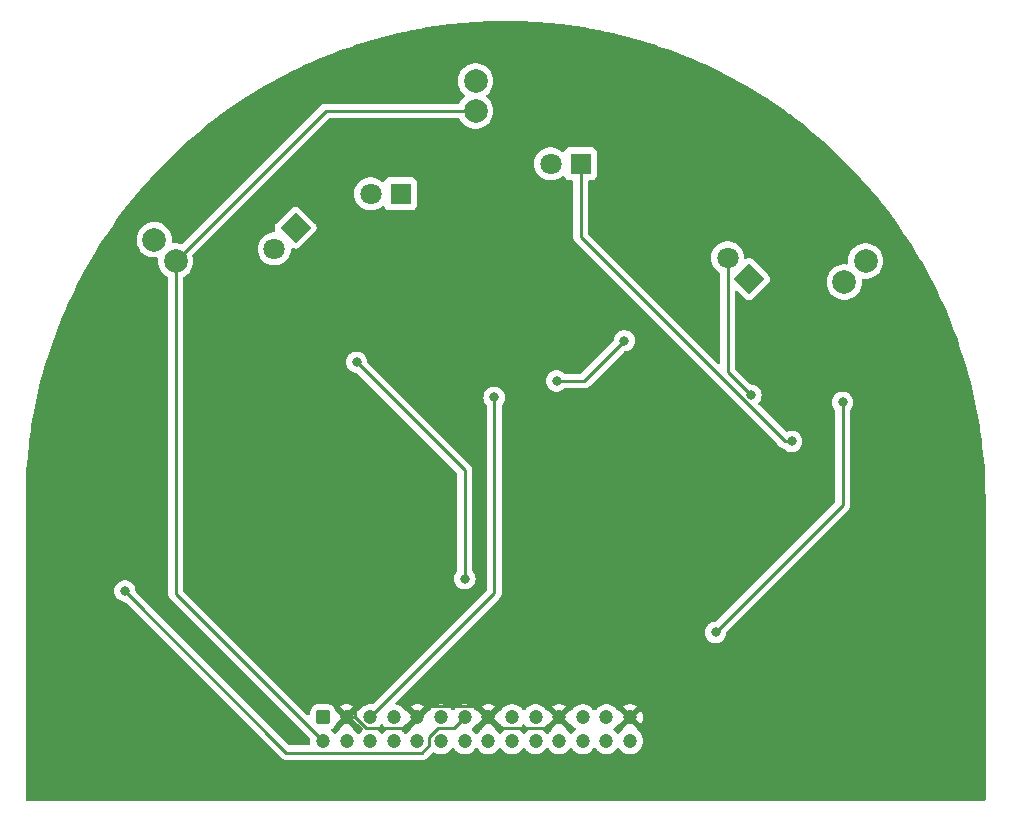
<source format=gbr>
%TF.GenerationSoftware,KiCad,Pcbnew,(7.0.0)*%
%TF.CreationDate,2024-03-24T23:30:49+02:00*%
%TF.ProjectId,Sensing Subsystem,53656e73-696e-4672-9053-756273797374,rev?*%
%TF.SameCoordinates,Original*%
%TF.FileFunction,Copper,L2,Bot*%
%TF.FilePolarity,Positive*%
%FSLAX46Y46*%
G04 Gerber Fmt 4.6, Leading zero omitted, Abs format (unit mm)*
G04 Created by KiCad (PCBNEW (7.0.0)) date 2024-03-24 23:30:49*
%MOMM*%
%LPD*%
G01*
G04 APERTURE LIST*
G04 Aperture macros list*
%AMRoundRect*
0 Rectangle with rounded corners*
0 $1 Rounding radius*
0 $2 $3 $4 $5 $6 $7 $8 $9 X,Y pos of 4 corners*
0 Add a 4 corners polygon primitive as box body*
4,1,4,$2,$3,$4,$5,$6,$7,$8,$9,$2,$3,0*
0 Add four circle primitives for the rounded corners*
1,1,$1+$1,$2,$3*
1,1,$1+$1,$4,$5*
1,1,$1+$1,$6,$7*
1,1,$1+$1,$8,$9*
0 Add four rect primitives between the rounded corners*
20,1,$1+$1,$2,$3,$4,$5,0*
20,1,$1+$1,$4,$5,$6,$7,0*
20,1,$1+$1,$6,$7,$8,$9,0*
20,1,$1+$1,$8,$9,$2,$3,0*%
%AMRotRect*
0 Rectangle, with rotation*
0 The origin of the aperture is its center*
0 $1 length*
0 $2 width*
0 $3 Rotation angle, in degrees counterclockwise*
0 Add horizontal line*
21,1,$1,$2,0,0,$3*%
G04 Aperture macros list end*
%TA.AperFunction,ComponentPad*%
%ADD10R,1.800000X1.800000*%
%TD*%
%TA.AperFunction,ComponentPad*%
%ADD11C,1.800000*%
%TD*%
%TA.AperFunction,ComponentPad*%
%ADD12RotRect,1.800000X1.800000X225.000000*%
%TD*%
%TA.AperFunction,ComponentPad*%
%ADD13C,2.000000*%
%TD*%
%TA.AperFunction,ComponentPad*%
%ADD14RoundRect,0.250000X-0.350000X-0.350000X0.350000X-0.350000X0.350000X0.350000X-0.350000X0.350000X0*%
%TD*%
%TA.AperFunction,ComponentPad*%
%ADD15C,1.200000*%
%TD*%
%TA.AperFunction,ComponentPad*%
%ADD16RotRect,1.800000X1.800000X135.000000*%
%TD*%
%TA.AperFunction,ViaPad*%
%ADD17C,0.800000*%
%TD*%
%TA.AperFunction,Conductor*%
%ADD18C,0.250000*%
%TD*%
G04 APERTURE END LIST*
D10*
%TO.P,D5,1,K*%
%TO.N,Net-(D5-K)*%
X176534999Y-75594999D03*
D11*
%TO.P,D5,2,A*%
%TO.N,Net-(D5-A)*%
X173995000Y-75595000D03*
%TD*%
D12*
%TO.P,D1,1,K*%
%TO.N,Net-(D1-K)*%
X152399999Y-81002699D03*
D11*
%TO.P,D1,2,A*%
%TO.N,Net-(D1-A)*%
X150603949Y-82798751D03*
%TD*%
D13*
%TO.P,D6,1*%
%TO.N,Vout2*%
X140443974Y-82023974D03*
%TO.P,D6,2*%
%TO.N,+3V3*%
X142240026Y-83820026D03*
%TD*%
%TO.P,D4,1*%
%TO.N,Vout1*%
X167640000Y-68580000D03*
%TO.P,D4,2*%
%TO.N,+3V3*%
X167640000Y-71120000D03*
%TD*%
D14*
%TO.P,J2,1,Pin_1*%
%TO.N,unconnected-(J2-Pin_1-Pad1)*%
X154720000Y-122460000D03*
D15*
%TO.P,J2,2,Pin_2*%
%TO.N,+3V3*%
X154720000Y-124460000D03*
%TO.P,J2,3,Pin_3*%
%TO.N,GND*%
X156720000Y-122460000D03*
%TO.P,J2,4,Pin_4*%
%TO.N,+BATT*%
X156720000Y-124460000D03*
%TO.P,J2,5,Pin_5*%
%TO.N,/PA3*%
X158720000Y-122460000D03*
%TO.P,J2,6,Pin_6*%
%TO.N,unconnected-(J2-Pin_6-Pad6)*%
X158720000Y-124460000D03*
%TO.P,J2,7,Pin_7*%
%TO.N,/PA4*%
X160720000Y-122460000D03*
%TO.P,J2,8,Pin_8*%
%TO.N,unconnected-(J2-Pin_8-Pad8)*%
X160720000Y-124460000D03*
%TO.P,J2,9,Pin_9*%
%TO.N,GND*%
X162720000Y-122460000D03*
%TO.P,J2,10,Pin_10*%
%TO.N,unconnected-(J2-Pin_10-Pad10)*%
X162720000Y-124460000D03*
%TO.P,J2,11,Pin_11*%
%TO.N,/PA5*%
X164720000Y-122460000D03*
%TO.P,J2,12,Pin_12*%
%TO.N,unconnected-(J2-Pin_12-Pad12)*%
X164720000Y-124460000D03*
%TO.P,J2,13,Pin_13*%
%TO.N,/PA6*%
X166720000Y-122460000D03*
%TO.P,J2,14,Pin_14*%
%TO.N,unconnected-(J2-Pin_14-Pad14)*%
X166720000Y-124460000D03*
%TO.P,J2,15,Pin_15*%
%TO.N,GND*%
X168720000Y-122460000D03*
%TO.P,J2,16,Pin_16*%
%TO.N,unconnected-(J2-Pin_16-Pad16)*%
X168720000Y-124460000D03*
%TO.P,J2,17,Pin_17*%
%TO.N,unconnected-(J2-Pin_17-Pad17)*%
X170720000Y-122460000D03*
%TO.P,J2,18,Pin_18*%
%TO.N,unconnected-(J2-Pin_18-Pad18)*%
X170720000Y-124460000D03*
%TO.P,J2,19,Pin_19*%
%TO.N,unconnected-(J2-Pin_19-Pad19)*%
X172720000Y-122460000D03*
%TO.P,J2,20,Pin_20*%
%TO.N,unconnected-(J2-Pin_20-Pad20)*%
X172720000Y-124460000D03*
%TO.P,J2,21,Pin_21*%
%TO.N,GND*%
X174720000Y-122460000D03*
%TO.P,J2,22,Pin_22*%
%TO.N,unconnected-(J2-Pin_22-Pad22)*%
X174720000Y-124460000D03*
%TO.P,J2,23,Pin_23*%
%TO.N,unconnected-(J2-Pin_23-Pad23)*%
X176720000Y-122460000D03*
%TO.P,J2,24,Pin_24*%
%TO.N,unconnected-(J2-Pin_24-Pad24)*%
X176720000Y-124460000D03*
%TO.P,J2,25,Pin_25*%
%TO.N,unconnected-(J2-Pin_25-Pad25)*%
X178720000Y-122460000D03*
%TO.P,J2,26,Pin_26*%
%TO.N,+BATT*%
X178720000Y-124460000D03*
%TO.P,J2,27,Pin_27*%
%TO.N,GND*%
X180720000Y-122460000D03*
%TO.P,J2,28,Pin_28*%
%TO.N,+3V3*%
X180720000Y-124460000D03*
%TD*%
D16*
%TO.P,D8,1,K*%
%TO.N,Net-(D8-K)*%
X190777299Y-85345899D03*
D11*
%TO.P,D8,2,A*%
%TO.N,Net-(D8-A)*%
X188981249Y-83549849D03*
%TD*%
D10*
%TO.P,D2,1,K*%
%TO.N,Net-(D2-K)*%
X161294999Y-78134999D03*
D11*
%TO.P,D2,2,A*%
%TO.N,Net-(D2-A)*%
X158755000Y-78135000D03*
%TD*%
D13*
%TO.P,D3,1*%
%TO.N,Vout3*%
X200660026Y-83819974D03*
%TO.P,D3,2*%
%TO.N,+3V3*%
X198863974Y-85616026D03*
%TD*%
D17*
%TO.N,GND*%
X157407700Y-102047200D03*
X157407700Y-94267700D03*
%TO.N,Net-(JP2-B)*%
X187967600Y-115269500D03*
X198714400Y-95786500D03*
%TO.N,/PA3*%
X169216600Y-95369900D03*
%TO.N,Net-(D8-A)*%
X190964200Y-95187100D03*
%TO.N,Net-(D5-K)*%
X194407200Y-99094800D03*
%TO.N,/PA6*%
X137948000Y-111767000D03*
%TO.N,Net-(JP16-B)*%
X180233500Y-90572100D03*
X174498400Y-93980000D03*
%TO.N,Net-(Q4-B)*%
X166732800Y-110725500D03*
X157568400Y-92390000D03*
%TD*%
D18*
%TO.N,GND*%
X169657500Y-123397500D02*
X168720000Y-122460000D01*
X157407700Y-122460000D02*
X157407700Y-102047200D01*
X162720000Y-122460000D02*
X161782500Y-123397500D01*
X157407700Y-102047200D02*
X157407700Y-94267700D01*
X167774100Y-121514100D02*
X163665900Y-121514100D01*
X157407700Y-122460000D02*
X156720000Y-122460000D01*
X174720000Y-122460000D02*
X173782500Y-123397500D01*
X163665900Y-121514100D02*
X162720000Y-122460000D01*
X158345200Y-123397500D02*
X157407700Y-122460000D01*
X161782500Y-123397500D02*
X158345200Y-123397500D01*
X173782500Y-123397500D02*
X169657500Y-123397500D01*
X168720000Y-122460000D02*
X167774100Y-121514100D01*
%TO.N,Net-(JP2-B)*%
X198714400Y-104522700D02*
X198714400Y-95786500D01*
X187967600Y-115269500D02*
X198714400Y-104522700D01*
%TO.N,+3V3*%
X142240000Y-83820000D02*
X154940000Y-71120000D01*
X154940000Y-71120000D02*
X167640000Y-71120000D01*
X154720000Y-124460000D02*
X142240000Y-111980000D01*
X142240000Y-111980000D02*
X142240000Y-83820000D01*
%TO.N,/PA3*%
X158720000Y-122460000D02*
X169216600Y-111963400D01*
X169216600Y-111963400D02*
X169216600Y-95369900D01*
%TO.N,Net-(D8-A)*%
X188981200Y-83549800D02*
X188981200Y-93204100D01*
X188981200Y-93204100D02*
X190964200Y-95187100D01*
%TO.N,Net-(D5-K)*%
X193844000Y-99094800D02*
X194407200Y-99094800D01*
X176535000Y-75595000D02*
X176535000Y-81785800D01*
X176535000Y-81785800D02*
X193844000Y-99094800D01*
%TO.N,/PA6*%
X165786600Y-123393400D02*
X164434100Y-123393400D01*
X163720000Y-124107500D02*
X163720000Y-124826300D01*
X163720000Y-124826300D02*
X163102100Y-125444200D01*
X164434100Y-123393400D02*
X163720000Y-124107500D01*
X151625200Y-125444200D02*
X137948000Y-111767000D01*
X166720000Y-122460000D02*
X165786600Y-123393400D01*
X163102100Y-125444200D02*
X151625200Y-125444200D01*
%TO.N,Net-(JP16-B)*%
X174498400Y-93980000D02*
X176825600Y-93980000D01*
X176825600Y-93980000D02*
X180233500Y-90572100D01*
%TO.N,Net-(Q4-B)*%
X166732800Y-101554400D02*
X166732800Y-110725500D01*
X157568400Y-92390000D02*
X166732800Y-101554400D01*
%TD*%
%TA.AperFunction,Conductor*%
%TO.N,GND*%
G36*
X171775272Y-123056698D02*
G01*
X171818954Y-123092972D01*
X171899774Y-123199996D01*
X171899779Y-123200001D01*
X171903236Y-123204579D01*
X171907472Y-123208440D01*
X171907476Y-123208445D01*
X172009227Y-123301203D01*
X172053959Y-123341981D01*
X172070997Y-123352530D01*
X172074297Y-123354574D01*
X172117348Y-123399662D01*
X172133018Y-123460000D01*
X172117348Y-123520338D01*
X172074297Y-123565426D01*
X172067023Y-123569930D01*
X172053959Y-123578019D01*
X172049728Y-123581875D01*
X172049724Y-123581879D01*
X171907476Y-123711554D01*
X171907466Y-123711564D01*
X171903236Y-123715421D01*
X171899787Y-123719987D01*
X171899778Y-123719998D01*
X171818954Y-123827028D01*
X171775271Y-123863301D01*
X171720000Y-123876301D01*
X171664729Y-123863301D01*
X171621046Y-123827028D01*
X171540221Y-123719998D01*
X171540217Y-123719994D01*
X171536764Y-123715421D01*
X171532527Y-123711558D01*
X171532523Y-123711554D01*
X171390275Y-123581879D01*
X171390276Y-123581879D01*
X171386041Y-123578019D01*
X171381170Y-123575003D01*
X171381169Y-123575002D01*
X171365704Y-123565427D01*
X171322652Y-123520339D01*
X171306981Y-123460000D01*
X171322652Y-123399661D01*
X171365704Y-123354573D01*
X171386041Y-123341981D01*
X171536764Y-123204579D01*
X171588944Y-123135482D01*
X171621046Y-123092972D01*
X171664728Y-123056698D01*
X171720000Y-123043698D01*
X171775272Y-123056698D01*
G37*
%TD.AperFunction*%
%TA.AperFunction,Conductor*%
G36*
X159775272Y-123056698D02*
G01*
X159818954Y-123092972D01*
X159899774Y-123199996D01*
X159899779Y-123200001D01*
X159903236Y-123204579D01*
X159907472Y-123208440D01*
X159907476Y-123208445D01*
X160009227Y-123301203D01*
X160053959Y-123341981D01*
X160070997Y-123352530D01*
X160074297Y-123354574D01*
X160117348Y-123399662D01*
X160133018Y-123460000D01*
X160117348Y-123520338D01*
X160074297Y-123565426D01*
X160067023Y-123569930D01*
X160053959Y-123578019D01*
X160049728Y-123581875D01*
X160049724Y-123581879D01*
X159907476Y-123711554D01*
X159907466Y-123711564D01*
X159903236Y-123715421D01*
X159899787Y-123719987D01*
X159899778Y-123719998D01*
X159818954Y-123827028D01*
X159775271Y-123863301D01*
X159720000Y-123876301D01*
X159664729Y-123863301D01*
X159621046Y-123827028D01*
X159540221Y-123719998D01*
X159540217Y-123719994D01*
X159536764Y-123715421D01*
X159532527Y-123711558D01*
X159532523Y-123711554D01*
X159390275Y-123581879D01*
X159390276Y-123581879D01*
X159386041Y-123578019D01*
X159381170Y-123575003D01*
X159381169Y-123575002D01*
X159365704Y-123565427D01*
X159322652Y-123520339D01*
X159306981Y-123460000D01*
X159322652Y-123399661D01*
X159365704Y-123354573D01*
X159386041Y-123341981D01*
X159536764Y-123204579D01*
X159588944Y-123135482D01*
X159621046Y-123092972D01*
X159664728Y-123056698D01*
X159720000Y-123043698D01*
X159775272Y-123056698D01*
G37*
%TD.AperFunction*%
%TA.AperFunction,Conductor*%
G36*
X170525662Y-63505430D02*
G01*
X170533130Y-63505547D01*
X171104156Y-63514517D01*
X171105842Y-63514557D01*
X171793272Y-63535946D01*
X171794934Y-63536011D01*
X172372875Y-63563267D01*
X172374670Y-63563365D01*
X173061026Y-63606118D01*
X173062734Y-63606238D01*
X173639540Y-63651634D01*
X173641201Y-63651777D01*
X174325996Y-63715864D01*
X174327957Y-63716065D01*
X174902845Y-63779533D01*
X174904369Y-63779713D01*
X175586928Y-63865077D01*
X175588876Y-63865337D01*
X176161475Y-63946830D01*
X176162884Y-63947041D01*
X176842770Y-64053641D01*
X176844565Y-64053937D01*
X177414045Y-64153327D01*
X177415585Y-64153607D01*
X178092047Y-64281342D01*
X178093878Y-64281704D01*
X178659756Y-64398892D01*
X178661186Y-64399199D01*
X179333432Y-64547927D01*
X179335523Y-64548409D01*
X179897062Y-64683222D01*
X179898300Y-64683528D01*
X180566134Y-64853228D01*
X180568182Y-64853769D01*
X181124885Y-65006066D01*
X181126027Y-65006386D01*
X181788572Y-65196864D01*
X181790771Y-65197519D01*
X182341695Y-65367005D01*
X182343185Y-65367473D01*
X182999700Y-65578532D01*
X183001909Y-65579265D01*
X183547082Y-65765920D01*
X183548375Y-65766372D01*
X184198401Y-65997886D01*
X184200483Y-65998650D01*
X184739022Y-66202147D01*
X184740385Y-66202671D01*
X185383431Y-66454499D01*
X185385534Y-66455346D01*
X185916845Y-66675422D01*
X185918092Y-66675947D01*
X186553555Y-66947891D01*
X186555737Y-66948851D01*
X187079451Y-67185316D01*
X187080409Y-67185756D01*
X187707673Y-67477594D01*
X187709903Y-67478659D01*
X188225295Y-67731147D01*
X188226270Y-67731631D01*
X188844808Y-68043165D01*
X188846869Y-68044229D01*
X189353485Y-68312468D01*
X189354594Y-68313064D01*
X189963647Y-68643957D01*
X189965791Y-68645151D01*
X190294766Y-68832795D01*
X190462883Y-68928687D01*
X190463965Y-68929312D01*
X191063177Y-69279421D01*
X191065343Y-69280717D01*
X191552616Y-69579318D01*
X191553409Y-69579810D01*
X192142363Y-69948962D01*
X192144509Y-69950339D01*
X192448217Y-70149838D01*
X192621172Y-70263449D01*
X192622184Y-70264121D01*
X193200018Y-70651844D01*
X193202227Y-70653361D01*
X193667935Y-70980665D01*
X193668828Y-70981298D01*
X194214787Y-71372795D01*
X194235322Y-71387520D01*
X194237495Y-71389115D01*
X194691662Y-71730113D01*
X194692533Y-71730772D01*
X194808726Y-71819692D01*
X195247081Y-72155151D01*
X195249252Y-72156852D01*
X195691545Y-72511196D01*
X195692385Y-72511874D01*
X196234376Y-72954036D01*
X196236413Y-72955737D01*
X196666585Y-73323139D01*
X196667069Y-73323556D01*
X197063261Y-73667840D01*
X197196190Y-73783354D01*
X197198308Y-73785238D01*
X197615330Y-74164698D01*
X197616031Y-74165340D01*
X198094371Y-74607858D01*
X198131667Y-74642361D01*
X198133738Y-74644322D01*
X198537427Y-75035523D01*
X198538131Y-75036211D01*
X199039855Y-75530192D01*
X199041906Y-75532259D01*
X199431898Y-75934700D01*
X199432406Y-75935228D01*
X199919854Y-76445966D01*
X199921806Y-76448061D01*
X200294693Y-76857858D01*
X200297635Y-76861091D01*
X200298197Y-76861713D01*
X200665946Y-77271847D01*
X200770800Y-77388786D01*
X200772762Y-77391028D01*
X201014445Y-77674003D01*
X201133865Y-77813825D01*
X201134427Y-77814487D01*
X201591912Y-78357788D01*
X201593833Y-78360128D01*
X201940033Y-78792256D01*
X201940297Y-78792587D01*
X202382333Y-79351963D01*
X202384137Y-79354305D01*
X202520182Y-79535500D01*
X202714895Y-79794834D01*
X202715368Y-79795468D01*
X203141257Y-80370297D01*
X203143074Y-80372814D01*
X203458111Y-80821066D01*
X203458541Y-80821683D01*
X203868030Y-81411906D01*
X203869789Y-81414511D01*
X204168721Y-81869590D01*
X204169111Y-81870188D01*
X204561891Y-82475703D01*
X204563588Y-82478394D01*
X204846058Y-82939343D01*
X204846410Y-82939920D01*
X205222197Y-83560710D01*
X205223828Y-83563486D01*
X205489600Y-84029436D01*
X205489914Y-84029990D01*
X205848244Y-84665768D01*
X205849807Y-84668628D01*
X206098608Y-85138530D01*
X206098886Y-85139059D01*
X206439477Y-85789892D01*
X206440967Y-85792834D01*
X206672395Y-86265237D01*
X206672640Y-86265739D01*
X206995285Y-86931929D01*
X206996699Y-86934951D01*
X207210600Y-87408686D01*
X207210813Y-87409161D01*
X207515151Y-88090815D01*
X207516485Y-88093915D01*
X207712481Y-88567090D01*
X207712665Y-88567536D01*
X207998550Y-89265385D01*
X207999800Y-89268561D01*
X208177739Y-89739463D01*
X208177895Y-89739878D01*
X208444999Y-90454470D01*
X208446163Y-90457720D01*
X208605863Y-90924164D01*
X208605993Y-90924548D01*
X208854082Y-91656955D01*
X208855155Y-91660276D01*
X208996264Y-92118953D01*
X208996319Y-92119321D01*
X208996372Y-92119305D01*
X209225393Y-92871657D01*
X209226372Y-92875047D01*
X209348893Y-93322905D01*
X209357447Y-93354500D01*
X209558548Y-94097314D01*
X209559431Y-94100771D01*
X209663178Y-94532908D01*
X209663245Y-94533189D01*
X209853245Y-95332809D01*
X209854028Y-95336329D01*
X209938810Y-95745724D01*
X209938860Y-95745970D01*
X210109195Y-96576949D01*
X210109875Y-96580529D01*
X210175543Y-96956784D01*
X210175579Y-96956994D01*
X210326141Y-97828476D01*
X210326714Y-97832114D01*
X210373226Y-98158924D01*
X210373250Y-98159096D01*
X210503868Y-99086173D01*
X210504332Y-99089866D01*
X210531569Y-99336571D01*
X210531576Y-99336706D01*
X210531584Y-99336706D01*
X210642205Y-100348790D01*
X210642557Y-100352534D01*
X210650542Y-100453989D01*
X210650549Y-100454085D01*
X210740736Y-101611528D01*
X210740976Y-101615378D01*
X210799751Y-102874188D01*
X210799871Y-102878042D01*
X210819485Y-104139035D01*
X210819500Y-104140964D01*
X210819500Y-129415500D01*
X210802887Y-129477500D01*
X210757500Y-129522887D01*
X210695500Y-129539500D01*
X129664500Y-129539500D01*
X129602500Y-129522887D01*
X129557113Y-129477500D01*
X129540500Y-129415500D01*
X129540500Y-111767000D01*
X137042540Y-111767000D01*
X137043219Y-111773460D01*
X137061646Y-111948795D01*
X137061647Y-111948803D01*
X137062326Y-111955256D01*
X137064331Y-111961428D01*
X137064333Y-111961435D01*
X137118813Y-112129105D01*
X137120821Y-112135284D01*
X137124068Y-112140908D01*
X137124069Y-112140910D01*
X137195769Y-112265099D01*
X137215467Y-112299216D01*
X137219811Y-112304041D01*
X137219813Y-112304043D01*
X137321123Y-112416559D01*
X137342129Y-112439888D01*
X137347387Y-112443708D01*
X137347388Y-112443709D01*
X137359934Y-112452824D01*
X137495270Y-112551151D01*
X137668197Y-112628144D01*
X137853354Y-112667500D01*
X137912548Y-112667500D01*
X137960001Y-112676939D01*
X138000229Y-112703819D01*
X151127907Y-125831497D01*
X151135356Y-125839683D01*
X151139414Y-125846077D01*
X151145099Y-125851415D01*
X151145101Y-125851418D01*
X151188439Y-125892115D01*
X151191236Y-125894826D01*
X151210730Y-125914320D01*
X151213815Y-125916713D01*
X151213901Y-125916780D01*
X151222773Y-125924358D01*
X151236080Y-125936854D01*
X151254618Y-125954262D01*
X151261448Y-125958017D01*
X151261451Y-125958019D01*
X151272171Y-125963912D01*
X151288422Y-125974586D01*
X151304264Y-125986874D01*
X151311421Y-125989971D01*
X151311423Y-125989972D01*
X151344355Y-126004222D01*
X151354850Y-126009364D01*
X151393108Y-126030397D01*
X151412512Y-126035379D01*
X151430914Y-126041680D01*
X151442141Y-126046538D01*
X151449305Y-126049638D01*
X151486897Y-126055591D01*
X151492439Y-126056469D01*
X151503882Y-126058839D01*
X151538625Y-126067760D01*
X151538626Y-126067760D01*
X151546181Y-126069700D01*
X151566217Y-126069700D01*
X151585602Y-126071225D01*
X151605396Y-126074360D01*
X151643476Y-126070760D01*
X151648876Y-126070250D01*
X151660545Y-126069700D01*
X163024325Y-126069700D01*
X163035380Y-126070221D01*
X163042767Y-126071873D01*
X163109972Y-126069761D01*
X163113868Y-126069700D01*
X163137548Y-126069700D01*
X163141450Y-126069700D01*
X163145413Y-126069199D01*
X163157063Y-126068280D01*
X163200727Y-126066909D01*
X163219961Y-126061319D01*
X163239017Y-126057374D01*
X163258892Y-126054864D01*
X163299495Y-126038787D01*
X163310550Y-126035002D01*
X163352490Y-126022818D01*
X163369729Y-126012622D01*
X163387203Y-126004062D01*
X163398574Y-125999560D01*
X163398576Y-125999558D01*
X163405832Y-125996686D01*
X163441169Y-125971011D01*
X163450924Y-125964603D01*
X163488520Y-125942370D01*
X163502684Y-125928205D01*
X163517479Y-125915568D01*
X163533687Y-125903794D01*
X163561528Y-125870138D01*
X163569379Y-125861509D01*
X164006094Y-125424794D01*
X164052561Y-125395526D01*
X164107115Y-125389197D01*
X164159050Y-125407050D01*
X164227363Y-125449348D01*
X164417544Y-125523024D01*
X164618024Y-125560500D01*
X164816247Y-125560500D01*
X164821976Y-125560500D01*
X165022456Y-125523024D01*
X165212637Y-125449348D01*
X165386041Y-125341981D01*
X165536764Y-125204579D01*
X165621044Y-125092972D01*
X165664728Y-125056698D01*
X165720000Y-125043698D01*
X165775272Y-125056698D01*
X165818954Y-125092972D01*
X165899774Y-125199996D01*
X165899779Y-125200001D01*
X165903236Y-125204579D01*
X165907472Y-125208440D01*
X165907476Y-125208445D01*
X166009227Y-125301203D01*
X166053959Y-125341981D01*
X166227363Y-125449348D01*
X166417544Y-125523024D01*
X166618024Y-125560500D01*
X166816247Y-125560500D01*
X166821976Y-125560500D01*
X167022456Y-125523024D01*
X167212637Y-125449348D01*
X167386041Y-125341981D01*
X167536764Y-125204579D01*
X167621044Y-125092972D01*
X167664728Y-125056698D01*
X167720000Y-125043698D01*
X167775272Y-125056698D01*
X167818954Y-125092972D01*
X167899774Y-125199996D01*
X167899779Y-125200001D01*
X167903236Y-125204579D01*
X167907472Y-125208440D01*
X167907476Y-125208445D01*
X168009227Y-125301203D01*
X168053959Y-125341981D01*
X168227363Y-125449348D01*
X168417544Y-125523024D01*
X168618024Y-125560500D01*
X168816247Y-125560500D01*
X168821976Y-125560500D01*
X169022456Y-125523024D01*
X169212637Y-125449348D01*
X169386041Y-125341981D01*
X169536764Y-125204579D01*
X169621044Y-125092972D01*
X169664728Y-125056698D01*
X169720000Y-125043698D01*
X169775272Y-125056698D01*
X169818954Y-125092972D01*
X169899774Y-125199996D01*
X169899779Y-125200001D01*
X169903236Y-125204579D01*
X169907472Y-125208440D01*
X169907476Y-125208445D01*
X170009227Y-125301203D01*
X170053959Y-125341981D01*
X170227363Y-125449348D01*
X170417544Y-125523024D01*
X170618024Y-125560500D01*
X170816247Y-125560500D01*
X170821976Y-125560500D01*
X171022456Y-125523024D01*
X171212637Y-125449348D01*
X171386041Y-125341981D01*
X171536764Y-125204579D01*
X171621044Y-125092972D01*
X171664728Y-125056698D01*
X171720000Y-125043698D01*
X171775272Y-125056698D01*
X171818954Y-125092972D01*
X171899774Y-125199996D01*
X171899779Y-125200001D01*
X171903236Y-125204579D01*
X171907472Y-125208440D01*
X171907476Y-125208445D01*
X172009227Y-125301203D01*
X172053959Y-125341981D01*
X172227363Y-125449348D01*
X172417544Y-125523024D01*
X172618024Y-125560500D01*
X172816247Y-125560500D01*
X172821976Y-125560500D01*
X173022456Y-125523024D01*
X173212637Y-125449348D01*
X173386041Y-125341981D01*
X173536764Y-125204579D01*
X173621044Y-125092972D01*
X173664728Y-125056698D01*
X173720000Y-125043698D01*
X173775272Y-125056698D01*
X173818954Y-125092972D01*
X173899774Y-125199996D01*
X173899779Y-125200001D01*
X173903236Y-125204579D01*
X173907472Y-125208440D01*
X173907476Y-125208445D01*
X174009227Y-125301203D01*
X174053959Y-125341981D01*
X174227363Y-125449348D01*
X174417544Y-125523024D01*
X174618024Y-125560500D01*
X174816247Y-125560500D01*
X174821976Y-125560500D01*
X175022456Y-125523024D01*
X175212637Y-125449348D01*
X175386041Y-125341981D01*
X175536764Y-125204579D01*
X175621044Y-125092972D01*
X175664728Y-125056698D01*
X175720000Y-125043698D01*
X175775272Y-125056698D01*
X175818954Y-125092972D01*
X175899774Y-125199996D01*
X175899779Y-125200001D01*
X175903236Y-125204579D01*
X175907472Y-125208440D01*
X175907476Y-125208445D01*
X176009227Y-125301203D01*
X176053959Y-125341981D01*
X176227363Y-125449348D01*
X176417544Y-125523024D01*
X176618024Y-125560500D01*
X176816247Y-125560500D01*
X176821976Y-125560500D01*
X177022456Y-125523024D01*
X177212637Y-125449348D01*
X177386041Y-125341981D01*
X177536764Y-125204579D01*
X177621044Y-125092972D01*
X177664728Y-125056698D01*
X177720000Y-125043698D01*
X177775272Y-125056698D01*
X177818954Y-125092972D01*
X177899774Y-125199996D01*
X177899779Y-125200001D01*
X177903236Y-125204579D01*
X177907472Y-125208440D01*
X177907476Y-125208445D01*
X178009227Y-125301203D01*
X178053959Y-125341981D01*
X178227363Y-125449348D01*
X178417544Y-125523024D01*
X178618024Y-125560500D01*
X178816247Y-125560500D01*
X178821976Y-125560500D01*
X179022456Y-125523024D01*
X179212637Y-125449348D01*
X179386041Y-125341981D01*
X179536764Y-125204579D01*
X179621044Y-125092972D01*
X179664728Y-125056698D01*
X179720000Y-125043698D01*
X179775272Y-125056698D01*
X179818954Y-125092972D01*
X179899774Y-125199996D01*
X179899779Y-125200001D01*
X179903236Y-125204579D01*
X179907472Y-125208440D01*
X179907476Y-125208445D01*
X180009227Y-125301203D01*
X180053959Y-125341981D01*
X180227363Y-125449348D01*
X180417544Y-125523024D01*
X180618024Y-125560500D01*
X180816247Y-125560500D01*
X180821976Y-125560500D01*
X181022456Y-125523024D01*
X181212637Y-125449348D01*
X181386041Y-125341981D01*
X181536764Y-125204579D01*
X181659673Y-125041821D01*
X181750582Y-124859250D01*
X181806397Y-124663083D01*
X181825215Y-124460000D01*
X181806397Y-124256917D01*
X181750582Y-124060750D01*
X181659673Y-123878179D01*
X181611176Y-123813959D01*
X181540221Y-123719998D01*
X181540217Y-123719994D01*
X181536764Y-123715421D01*
X181532527Y-123711558D01*
X181532523Y-123711554D01*
X181390275Y-123581879D01*
X181390276Y-123581879D01*
X181386041Y-123578019D01*
X181372977Y-123569930D01*
X181344902Y-123552546D01*
X181305386Y-123513409D01*
X181286952Y-123460935D01*
X181293309Y-123405682D01*
X181297230Y-123394622D01*
X181290771Y-123384324D01*
X180731542Y-122825095D01*
X180720000Y-122818431D01*
X180708456Y-122825096D01*
X180149228Y-123384323D01*
X180142768Y-123394622D01*
X180146690Y-123405682D01*
X180153047Y-123460935D01*
X180134614Y-123513408D01*
X180095099Y-123552546D01*
X180058830Y-123575003D01*
X180053959Y-123578019D01*
X180049728Y-123581875D01*
X180049724Y-123581879D01*
X179907476Y-123711554D01*
X179907466Y-123711564D01*
X179903236Y-123715421D01*
X179899787Y-123719987D01*
X179899778Y-123719998D01*
X179818954Y-123827028D01*
X179775271Y-123863301D01*
X179720000Y-123876301D01*
X179664729Y-123863301D01*
X179621046Y-123827028D01*
X179540221Y-123719998D01*
X179540217Y-123719994D01*
X179536764Y-123715421D01*
X179532527Y-123711558D01*
X179532523Y-123711554D01*
X179390275Y-123581879D01*
X179390276Y-123581879D01*
X179386041Y-123578019D01*
X179381170Y-123575003D01*
X179381169Y-123575002D01*
X179365704Y-123565427D01*
X179322652Y-123520339D01*
X179306981Y-123460000D01*
X179322652Y-123399661D01*
X179365704Y-123354573D01*
X179386041Y-123341981D01*
X179536764Y-123204579D01*
X179631682Y-123078886D01*
X179682018Y-123039541D01*
X179745262Y-123030479D01*
X179763012Y-123037543D01*
X179781418Y-123038823D01*
X179795111Y-123031334D01*
X180354904Y-122471542D01*
X180361568Y-122460000D01*
X181078431Y-122460000D01*
X181085095Y-122471542D01*
X181644890Y-123031337D01*
X181657054Y-123037990D01*
X181663350Y-123033312D01*
X181747554Y-122864208D01*
X181751685Y-122853545D01*
X181804333Y-122668504D01*
X181806431Y-122657282D01*
X181824184Y-122465709D01*
X181824184Y-122454291D01*
X181806431Y-122262717D01*
X181804333Y-122251495D01*
X181751685Y-122066454D01*
X181747554Y-122055791D01*
X181663352Y-121886690D01*
X181657054Y-121882009D01*
X181644889Y-121888662D01*
X181085096Y-122448456D01*
X181078431Y-122460000D01*
X180361568Y-122460000D01*
X180354904Y-122448457D01*
X179795112Y-121888665D01*
X179781417Y-121881176D01*
X179762990Y-121882459D01*
X179745263Y-121889516D01*
X179682018Y-121880455D01*
X179631679Y-121841109D01*
X179540221Y-121719998D01*
X179540217Y-121719994D01*
X179536764Y-121715421D01*
X179532527Y-121711558D01*
X179532523Y-121711554D01*
X179390275Y-121581879D01*
X179390276Y-121581879D01*
X179386041Y-121578019D01*
X179381171Y-121575004D01*
X179381169Y-121575002D01*
X179302383Y-121526220D01*
X180143298Y-121526220D01*
X180149228Y-121535675D01*
X180708457Y-122094904D01*
X180719999Y-122101568D01*
X180731542Y-122094904D01*
X181290770Y-121535675D01*
X181296700Y-121526220D01*
X181288763Y-121518374D01*
X181217287Y-121474119D01*
X181207070Y-121469031D01*
X181027666Y-121399530D01*
X181016681Y-121396405D01*
X180827559Y-121361052D01*
X180816201Y-121360000D01*
X180623799Y-121360000D01*
X180612440Y-121361052D01*
X180423318Y-121396405D01*
X180412333Y-121399530D01*
X180232927Y-121469032D01*
X180222718Y-121474115D01*
X180151233Y-121518376D01*
X180143298Y-121526220D01*
X179302383Y-121526220D01*
X179217511Y-121473670D01*
X179217512Y-121473670D01*
X179212637Y-121470652D01*
X179105061Y-121428977D01*
X179027803Y-121399047D01*
X179027798Y-121399045D01*
X179022456Y-121396976D01*
X179016818Y-121395922D01*
X178827605Y-121360552D01*
X178827602Y-121360551D01*
X178821976Y-121359500D01*
X178618024Y-121359500D01*
X178612398Y-121360551D01*
X178612394Y-121360552D01*
X178423181Y-121395922D01*
X178423178Y-121395922D01*
X178417544Y-121396976D01*
X178412203Y-121399044D01*
X178412196Y-121399047D01*
X178232705Y-121468582D01*
X178232700Y-121468584D01*
X178227363Y-121470652D01*
X178222491Y-121473668D01*
X178222488Y-121473670D01*
X178058830Y-121575002D01*
X178058822Y-121575007D01*
X178053959Y-121578019D01*
X178049728Y-121581875D01*
X178049724Y-121581879D01*
X177907476Y-121711554D01*
X177907466Y-121711564D01*
X177903236Y-121715421D01*
X177899787Y-121719987D01*
X177899778Y-121719998D01*
X177818954Y-121827028D01*
X177775271Y-121863301D01*
X177720000Y-121876301D01*
X177664729Y-121863301D01*
X177621046Y-121827028D01*
X177540221Y-121719998D01*
X177540217Y-121719994D01*
X177536764Y-121715421D01*
X177532527Y-121711558D01*
X177532523Y-121711554D01*
X177390275Y-121581879D01*
X177390276Y-121581879D01*
X177386041Y-121578019D01*
X177381171Y-121575004D01*
X177381169Y-121575002D01*
X177217511Y-121473670D01*
X177217512Y-121473670D01*
X177212637Y-121470652D01*
X177105061Y-121428977D01*
X177027803Y-121399047D01*
X177027798Y-121399045D01*
X177022456Y-121396976D01*
X177016818Y-121395922D01*
X176827605Y-121360552D01*
X176827602Y-121360551D01*
X176821976Y-121359500D01*
X176618024Y-121359500D01*
X176612398Y-121360551D01*
X176612394Y-121360552D01*
X176423181Y-121395922D01*
X176423178Y-121395922D01*
X176417544Y-121396976D01*
X176412203Y-121399044D01*
X176412196Y-121399047D01*
X176232705Y-121468582D01*
X176232700Y-121468584D01*
X176227363Y-121470652D01*
X176222491Y-121473668D01*
X176222488Y-121473670D01*
X176058830Y-121575002D01*
X176058822Y-121575007D01*
X176053959Y-121578019D01*
X176049728Y-121581875D01*
X176049724Y-121581879D01*
X175907476Y-121711554D01*
X175907466Y-121711564D01*
X175903236Y-121715421D01*
X175899783Y-121719993D01*
X175899778Y-121719999D01*
X175808317Y-121841113D01*
X175757985Y-121880456D01*
X175694747Y-121889522D01*
X175676986Y-121882455D01*
X175658579Y-121881175D01*
X175644889Y-121888662D01*
X175085096Y-122448456D01*
X175078431Y-122460000D01*
X175085095Y-122471542D01*
X175644890Y-123031337D01*
X175658580Y-123038825D01*
X175676963Y-123037549D01*
X175694754Y-123030473D01*
X175757987Y-123039542D01*
X175808315Y-123078883D01*
X175899778Y-123200001D01*
X175899783Y-123200006D01*
X175903236Y-123204579D01*
X175907472Y-123208440D01*
X175907476Y-123208445D01*
X176009227Y-123301203D01*
X176053959Y-123341981D01*
X176070997Y-123352530D01*
X176074297Y-123354574D01*
X176117348Y-123399662D01*
X176133018Y-123460000D01*
X176117348Y-123520338D01*
X176074297Y-123565426D01*
X176067023Y-123569930D01*
X176053959Y-123578019D01*
X176049728Y-123581875D01*
X176049724Y-123581879D01*
X175907476Y-123711554D01*
X175907466Y-123711564D01*
X175903236Y-123715421D01*
X175899787Y-123719987D01*
X175899778Y-123719998D01*
X175818954Y-123827028D01*
X175775271Y-123863301D01*
X175720000Y-123876301D01*
X175664729Y-123863301D01*
X175621046Y-123827028D01*
X175540221Y-123719998D01*
X175540217Y-123719994D01*
X175536764Y-123715421D01*
X175532527Y-123711558D01*
X175532523Y-123711554D01*
X175390275Y-123581879D01*
X175390276Y-123581879D01*
X175386041Y-123578019D01*
X175372977Y-123569930D01*
X175344902Y-123552546D01*
X175305386Y-123513409D01*
X175286952Y-123460935D01*
X175293309Y-123405682D01*
X175297230Y-123394622D01*
X175290771Y-123384324D01*
X174731542Y-122825095D01*
X174720000Y-122818431D01*
X174708456Y-122825096D01*
X174149228Y-123384323D01*
X174142768Y-123394622D01*
X174146690Y-123405682D01*
X174153047Y-123460935D01*
X174134614Y-123513408D01*
X174095099Y-123552546D01*
X174058830Y-123575003D01*
X174053959Y-123578019D01*
X174049728Y-123581875D01*
X174049724Y-123581879D01*
X173907476Y-123711554D01*
X173907466Y-123711564D01*
X173903236Y-123715421D01*
X173899787Y-123719987D01*
X173899778Y-123719998D01*
X173818954Y-123827028D01*
X173775271Y-123863301D01*
X173720000Y-123876301D01*
X173664729Y-123863301D01*
X173621046Y-123827028D01*
X173540221Y-123719998D01*
X173540217Y-123719994D01*
X173536764Y-123715421D01*
X173532527Y-123711558D01*
X173532523Y-123711554D01*
X173390275Y-123581879D01*
X173390276Y-123581879D01*
X173386041Y-123578019D01*
X173381170Y-123575003D01*
X173381169Y-123575002D01*
X173365704Y-123565427D01*
X173322652Y-123520339D01*
X173306981Y-123460000D01*
X173322652Y-123399661D01*
X173365704Y-123354573D01*
X173386041Y-123341981D01*
X173536764Y-123204579D01*
X173631682Y-123078886D01*
X173682018Y-123039541D01*
X173745262Y-123030479D01*
X173763012Y-123037543D01*
X173781418Y-123038823D01*
X173795111Y-123031334D01*
X174354904Y-122471542D01*
X174361568Y-122460000D01*
X174354904Y-122448457D01*
X173795112Y-121888665D01*
X173781417Y-121881176D01*
X173762990Y-121882459D01*
X173745263Y-121889516D01*
X173682018Y-121880455D01*
X173631679Y-121841109D01*
X173540221Y-121719998D01*
X173540217Y-121719994D01*
X173536764Y-121715421D01*
X173532527Y-121711558D01*
X173532523Y-121711554D01*
X173390275Y-121581879D01*
X173390276Y-121581879D01*
X173386041Y-121578019D01*
X173381171Y-121575004D01*
X173381169Y-121575002D01*
X173302383Y-121526220D01*
X174143298Y-121526220D01*
X174149228Y-121535675D01*
X174708457Y-122094904D01*
X174719999Y-122101568D01*
X174731542Y-122094904D01*
X175290770Y-121535675D01*
X175296700Y-121526220D01*
X175288763Y-121518374D01*
X175217287Y-121474119D01*
X175207070Y-121469031D01*
X175027666Y-121399530D01*
X175016681Y-121396405D01*
X174827559Y-121361052D01*
X174816201Y-121360000D01*
X174623799Y-121360000D01*
X174612440Y-121361052D01*
X174423318Y-121396405D01*
X174412333Y-121399530D01*
X174232927Y-121469032D01*
X174222718Y-121474115D01*
X174151233Y-121518376D01*
X174143298Y-121526220D01*
X173302383Y-121526220D01*
X173217511Y-121473670D01*
X173217512Y-121473670D01*
X173212637Y-121470652D01*
X173105061Y-121428977D01*
X173027803Y-121399047D01*
X173027798Y-121399045D01*
X173022456Y-121396976D01*
X173016818Y-121395922D01*
X172827605Y-121360552D01*
X172827602Y-121360551D01*
X172821976Y-121359500D01*
X172618024Y-121359500D01*
X172612398Y-121360551D01*
X172612394Y-121360552D01*
X172423181Y-121395922D01*
X172423178Y-121395922D01*
X172417544Y-121396976D01*
X172412203Y-121399044D01*
X172412196Y-121399047D01*
X172232705Y-121468582D01*
X172232700Y-121468584D01*
X172227363Y-121470652D01*
X172222491Y-121473668D01*
X172222488Y-121473670D01*
X172058830Y-121575002D01*
X172058822Y-121575007D01*
X172053959Y-121578019D01*
X172049728Y-121581875D01*
X172049724Y-121581879D01*
X171907476Y-121711554D01*
X171907466Y-121711564D01*
X171903236Y-121715421D01*
X171899787Y-121719987D01*
X171899778Y-121719998D01*
X171818954Y-121827028D01*
X171775271Y-121863301D01*
X171720000Y-121876301D01*
X171664729Y-121863301D01*
X171621046Y-121827028D01*
X171540221Y-121719998D01*
X171540217Y-121719994D01*
X171536764Y-121715421D01*
X171532527Y-121711558D01*
X171532523Y-121711554D01*
X171390275Y-121581879D01*
X171390276Y-121581879D01*
X171386041Y-121578019D01*
X171381171Y-121575004D01*
X171381169Y-121575002D01*
X171217511Y-121473670D01*
X171217512Y-121473670D01*
X171212637Y-121470652D01*
X171105061Y-121428977D01*
X171027803Y-121399047D01*
X171027798Y-121399045D01*
X171022456Y-121396976D01*
X171016818Y-121395922D01*
X170827605Y-121360552D01*
X170827602Y-121360551D01*
X170821976Y-121359500D01*
X170618024Y-121359500D01*
X170612398Y-121360551D01*
X170612394Y-121360552D01*
X170423181Y-121395922D01*
X170423178Y-121395922D01*
X170417544Y-121396976D01*
X170412203Y-121399044D01*
X170412196Y-121399047D01*
X170232705Y-121468582D01*
X170232700Y-121468584D01*
X170227363Y-121470652D01*
X170222491Y-121473668D01*
X170222488Y-121473670D01*
X170058830Y-121575002D01*
X170058822Y-121575007D01*
X170053959Y-121578019D01*
X170049728Y-121581875D01*
X170049724Y-121581879D01*
X169907476Y-121711554D01*
X169907466Y-121711564D01*
X169903236Y-121715421D01*
X169899783Y-121719993D01*
X169899778Y-121719999D01*
X169808317Y-121841113D01*
X169757985Y-121880456D01*
X169694747Y-121889522D01*
X169676986Y-121882455D01*
X169658579Y-121881175D01*
X169644889Y-121888662D01*
X169085096Y-122448456D01*
X169078431Y-122460000D01*
X169085095Y-122471542D01*
X169644890Y-123031337D01*
X169658580Y-123038825D01*
X169676963Y-123037549D01*
X169694754Y-123030473D01*
X169757987Y-123039542D01*
X169808315Y-123078883D01*
X169899778Y-123200001D01*
X169899783Y-123200006D01*
X169903236Y-123204579D01*
X169907472Y-123208440D01*
X169907476Y-123208445D01*
X170009227Y-123301203D01*
X170053959Y-123341981D01*
X170070997Y-123352530D01*
X170074297Y-123354574D01*
X170117348Y-123399662D01*
X170133018Y-123460000D01*
X170117348Y-123520338D01*
X170074297Y-123565426D01*
X170067023Y-123569930D01*
X170053959Y-123578019D01*
X170049728Y-123581875D01*
X170049724Y-123581879D01*
X169907476Y-123711554D01*
X169907466Y-123711564D01*
X169903236Y-123715421D01*
X169899787Y-123719987D01*
X169899778Y-123719998D01*
X169818954Y-123827028D01*
X169775271Y-123863301D01*
X169720000Y-123876301D01*
X169664729Y-123863301D01*
X169621046Y-123827028D01*
X169540221Y-123719998D01*
X169540217Y-123719994D01*
X169536764Y-123715421D01*
X169532527Y-123711558D01*
X169532523Y-123711554D01*
X169390275Y-123581879D01*
X169390276Y-123581879D01*
X169386041Y-123578019D01*
X169372977Y-123569930D01*
X169344902Y-123552546D01*
X169305386Y-123513409D01*
X169286952Y-123460935D01*
X169293309Y-123405682D01*
X169297230Y-123394622D01*
X169290771Y-123384324D01*
X168731542Y-122825095D01*
X168720000Y-122818431D01*
X168708456Y-122825096D01*
X168149228Y-123384323D01*
X168142768Y-123394622D01*
X168146690Y-123405682D01*
X168153047Y-123460935D01*
X168134614Y-123513408D01*
X168095099Y-123552546D01*
X168058830Y-123575003D01*
X168053959Y-123578019D01*
X168049728Y-123581875D01*
X168049724Y-123581879D01*
X167907476Y-123711554D01*
X167907466Y-123711564D01*
X167903236Y-123715421D01*
X167899787Y-123719987D01*
X167899778Y-123719998D01*
X167818954Y-123827028D01*
X167775271Y-123863301D01*
X167720000Y-123876301D01*
X167664729Y-123863301D01*
X167621046Y-123827028D01*
X167540221Y-123719998D01*
X167540217Y-123719994D01*
X167536764Y-123715421D01*
X167532527Y-123711558D01*
X167532523Y-123711554D01*
X167390275Y-123581879D01*
X167390276Y-123581879D01*
X167386041Y-123578019D01*
X167381170Y-123575003D01*
X167381169Y-123575002D01*
X167365704Y-123565427D01*
X167322652Y-123520339D01*
X167306981Y-123460000D01*
X167322652Y-123399661D01*
X167365704Y-123354573D01*
X167386041Y-123341981D01*
X167536764Y-123204579D01*
X167631682Y-123078886D01*
X167682018Y-123039541D01*
X167745262Y-123030479D01*
X167763012Y-123037543D01*
X167781418Y-123038823D01*
X167795111Y-123031334D01*
X168354904Y-122471542D01*
X168361568Y-122460000D01*
X168354904Y-122448457D01*
X167795112Y-121888665D01*
X167781417Y-121881176D01*
X167762990Y-121882459D01*
X167745263Y-121889516D01*
X167682018Y-121880455D01*
X167631679Y-121841109D01*
X167540221Y-121719998D01*
X167540217Y-121719994D01*
X167536764Y-121715421D01*
X167532527Y-121711558D01*
X167532523Y-121711554D01*
X167390275Y-121581879D01*
X167390276Y-121581879D01*
X167386041Y-121578019D01*
X167381171Y-121575004D01*
X167381169Y-121575002D01*
X167302383Y-121526220D01*
X168143298Y-121526220D01*
X168149228Y-121535675D01*
X168708457Y-122094904D01*
X168719999Y-122101568D01*
X168731542Y-122094904D01*
X169290770Y-121535675D01*
X169296700Y-121526220D01*
X169288763Y-121518374D01*
X169217287Y-121474119D01*
X169207070Y-121469031D01*
X169027666Y-121399530D01*
X169016681Y-121396405D01*
X168827559Y-121361052D01*
X168816201Y-121360000D01*
X168623799Y-121360000D01*
X168612440Y-121361052D01*
X168423318Y-121396405D01*
X168412333Y-121399530D01*
X168232927Y-121469032D01*
X168222718Y-121474115D01*
X168151233Y-121518376D01*
X168143298Y-121526220D01*
X167302383Y-121526220D01*
X167217511Y-121473670D01*
X167217512Y-121473670D01*
X167212637Y-121470652D01*
X167105061Y-121428977D01*
X167027803Y-121399047D01*
X167027798Y-121399045D01*
X167022456Y-121396976D01*
X167016818Y-121395922D01*
X166827605Y-121360552D01*
X166827602Y-121360551D01*
X166821976Y-121359500D01*
X166618024Y-121359500D01*
X166612398Y-121360551D01*
X166612394Y-121360552D01*
X166423181Y-121395922D01*
X166423178Y-121395922D01*
X166417544Y-121396976D01*
X166412203Y-121399044D01*
X166412196Y-121399047D01*
X166232705Y-121468582D01*
X166232700Y-121468584D01*
X166227363Y-121470652D01*
X166222491Y-121473668D01*
X166222488Y-121473670D01*
X166058830Y-121575002D01*
X166058822Y-121575007D01*
X166053959Y-121578019D01*
X166049728Y-121581875D01*
X166049724Y-121581879D01*
X165907476Y-121711554D01*
X165907466Y-121711564D01*
X165903236Y-121715421D01*
X165899787Y-121719987D01*
X165899778Y-121719998D01*
X165818954Y-121827028D01*
X165775271Y-121863301D01*
X165720000Y-121876301D01*
X165664729Y-121863301D01*
X165621046Y-121827028D01*
X165540221Y-121719998D01*
X165540217Y-121719994D01*
X165536764Y-121715421D01*
X165532527Y-121711558D01*
X165532523Y-121711554D01*
X165390275Y-121581879D01*
X165390276Y-121581879D01*
X165386041Y-121578019D01*
X165381171Y-121575004D01*
X165381169Y-121575002D01*
X165217511Y-121473670D01*
X165217512Y-121473670D01*
X165212637Y-121470652D01*
X165105061Y-121428977D01*
X165027803Y-121399047D01*
X165027798Y-121399045D01*
X165022456Y-121396976D01*
X165016818Y-121395922D01*
X164827605Y-121360552D01*
X164827602Y-121360551D01*
X164821976Y-121359500D01*
X164618024Y-121359500D01*
X164612398Y-121360551D01*
X164612394Y-121360552D01*
X164423181Y-121395922D01*
X164423178Y-121395922D01*
X164417544Y-121396976D01*
X164412203Y-121399044D01*
X164412196Y-121399047D01*
X164232705Y-121468582D01*
X164232700Y-121468584D01*
X164227363Y-121470652D01*
X164222491Y-121473668D01*
X164222488Y-121473670D01*
X164058830Y-121575002D01*
X164058822Y-121575007D01*
X164053959Y-121578019D01*
X164049728Y-121581875D01*
X164049724Y-121581879D01*
X163907476Y-121711554D01*
X163907466Y-121711564D01*
X163903236Y-121715421D01*
X163899783Y-121719993D01*
X163899778Y-121719999D01*
X163808317Y-121841113D01*
X163757985Y-121880456D01*
X163694747Y-121889522D01*
X163676986Y-121882455D01*
X163658579Y-121881175D01*
X163644889Y-121888662D01*
X162720000Y-122813553D01*
X162149228Y-123384323D01*
X162142768Y-123394622D01*
X162146690Y-123405682D01*
X162153047Y-123460935D01*
X162134614Y-123513408D01*
X162095099Y-123552546D01*
X162058830Y-123575003D01*
X162053959Y-123578019D01*
X162049728Y-123581875D01*
X162049724Y-123581879D01*
X161907476Y-123711554D01*
X161907466Y-123711564D01*
X161903236Y-123715421D01*
X161899787Y-123719987D01*
X161899778Y-123719998D01*
X161818954Y-123827028D01*
X161775271Y-123863301D01*
X161720000Y-123876301D01*
X161664729Y-123863301D01*
X161621046Y-123827028D01*
X161540221Y-123719998D01*
X161540217Y-123719994D01*
X161536764Y-123715421D01*
X161532527Y-123711558D01*
X161532523Y-123711554D01*
X161390275Y-123581879D01*
X161390276Y-123581879D01*
X161386041Y-123578019D01*
X161381170Y-123575003D01*
X161381169Y-123575002D01*
X161365704Y-123565427D01*
X161322652Y-123520339D01*
X161306981Y-123460000D01*
X161322652Y-123399661D01*
X161365704Y-123354573D01*
X161386041Y-123341981D01*
X161536764Y-123204579D01*
X161631682Y-123078886D01*
X161682018Y-123039541D01*
X161745262Y-123030479D01*
X161763012Y-123037543D01*
X161781418Y-123038823D01*
X161795111Y-123031334D01*
X162354904Y-122471542D01*
X162361568Y-122460000D01*
X162354904Y-122448457D01*
X161795112Y-121888665D01*
X161781417Y-121881176D01*
X161762990Y-121882459D01*
X161745263Y-121889516D01*
X161682018Y-121880455D01*
X161631679Y-121841109D01*
X161540221Y-121719998D01*
X161540217Y-121719994D01*
X161536764Y-121715421D01*
X161532527Y-121711558D01*
X161532523Y-121711554D01*
X161390275Y-121581879D01*
X161390276Y-121581879D01*
X161386041Y-121578019D01*
X161381171Y-121575004D01*
X161381169Y-121575002D01*
X161302383Y-121526220D01*
X162143298Y-121526220D01*
X162149228Y-121535675D01*
X162708457Y-122094904D01*
X162719999Y-122101568D01*
X162731542Y-122094904D01*
X163290770Y-121535675D01*
X163296700Y-121526220D01*
X163288763Y-121518374D01*
X163217287Y-121474119D01*
X163207070Y-121469031D01*
X163027666Y-121399530D01*
X163016681Y-121396405D01*
X162827559Y-121361052D01*
X162816201Y-121360000D01*
X162623799Y-121360000D01*
X162612440Y-121361052D01*
X162423318Y-121396405D01*
X162412333Y-121399530D01*
X162232927Y-121469032D01*
X162222718Y-121474115D01*
X162151233Y-121518376D01*
X162143298Y-121526220D01*
X161302383Y-121526220D01*
X161217511Y-121473670D01*
X161217512Y-121473670D01*
X161212637Y-121470652D01*
X161105061Y-121428977D01*
X161027803Y-121399047D01*
X161027798Y-121399045D01*
X161022456Y-121396976D01*
X161016818Y-121395922D01*
X160954738Y-121384317D01*
X160895048Y-121355024D01*
X160859072Y-121299108D01*
X160857153Y-121232646D01*
X160889840Y-121174749D01*
X166795089Y-115269500D01*
X187062140Y-115269500D01*
X187062819Y-115275960D01*
X187081246Y-115451295D01*
X187081247Y-115451303D01*
X187081926Y-115457756D01*
X187083931Y-115463928D01*
X187083933Y-115463935D01*
X187138413Y-115631605D01*
X187140421Y-115637784D01*
X187235067Y-115801716D01*
X187361729Y-115942388D01*
X187514870Y-116053651D01*
X187687797Y-116130644D01*
X187872954Y-116170000D01*
X188055743Y-116170000D01*
X188062246Y-116170000D01*
X188247403Y-116130644D01*
X188420330Y-116053651D01*
X188573471Y-115942388D01*
X188700133Y-115801716D01*
X188794779Y-115637784D01*
X188853274Y-115457756D01*
X188870921Y-115289844D01*
X188882321Y-115249425D01*
X188906558Y-115215130D01*
X199101711Y-105019978D01*
X199109881Y-105012544D01*
X199116277Y-105008486D01*
X199162318Y-104959456D01*
X199164935Y-104956754D01*
X199184520Y-104937171D01*
X199186985Y-104933992D01*
X199194567Y-104925116D01*
X199224462Y-104893282D01*
X199234113Y-104875723D01*
X199244790Y-104859470D01*
X199257073Y-104843636D01*
X199274418Y-104803552D01*
X199279551Y-104793071D01*
X199300597Y-104754792D01*
X199305579Y-104735384D01*
X199311882Y-104716976D01*
X199319837Y-104698596D01*
X199326671Y-104655444D01*
X199329033Y-104644038D01*
X199339900Y-104601719D01*
X199339900Y-104581683D01*
X199341427Y-104562285D01*
X199343339Y-104550213D01*
X199343338Y-104550213D01*
X199344560Y-104542504D01*
X199340450Y-104499024D01*
X199339900Y-104487355D01*
X199339900Y-96485187D01*
X199348136Y-96440749D01*
X199371750Y-96402215D01*
X199446933Y-96318716D01*
X199541579Y-96154784D01*
X199600074Y-95974756D01*
X199619860Y-95786500D01*
X199600074Y-95598244D01*
X199541579Y-95418216D01*
X199446933Y-95254284D01*
X199381527Y-95181644D01*
X199324620Y-95118442D01*
X199324619Y-95118441D01*
X199320271Y-95113612D01*
X199315013Y-95109792D01*
X199315011Y-95109790D01*
X199172388Y-95006169D01*
X199172387Y-95006168D01*
X199167130Y-95002349D01*
X199159258Y-94998844D01*
X199000145Y-94928001D01*
X199000140Y-94927999D01*
X198994203Y-94925356D01*
X198987844Y-94924004D01*
X198987840Y-94924003D01*
X198815408Y-94887352D01*
X198815405Y-94887351D01*
X198809046Y-94886000D01*
X198619754Y-94886000D01*
X198613395Y-94887351D01*
X198613391Y-94887352D01*
X198440959Y-94924003D01*
X198440952Y-94924005D01*
X198434597Y-94925356D01*
X198428662Y-94927998D01*
X198428654Y-94928001D01*
X198267607Y-94999705D01*
X198267602Y-94999707D01*
X198261670Y-95002349D01*
X198256416Y-95006165D01*
X198256411Y-95006169D01*
X198113788Y-95109790D01*
X198113781Y-95109795D01*
X198108529Y-95113612D01*
X198104184Y-95118437D01*
X198104179Y-95118442D01*
X197986213Y-95249456D01*
X197986208Y-95249462D01*
X197981867Y-95254284D01*
X197978622Y-95259904D01*
X197978618Y-95259910D01*
X197890469Y-95412589D01*
X197890466Y-95412594D01*
X197887221Y-95418216D01*
X197885215Y-95424388D01*
X197885213Y-95424394D01*
X197830733Y-95592064D01*
X197830731Y-95592073D01*
X197828726Y-95598244D01*
X197828048Y-95604694D01*
X197828046Y-95604704D01*
X197813200Y-95745970D01*
X197808940Y-95786500D01*
X197809619Y-95792960D01*
X197828046Y-95968295D01*
X197828047Y-95968303D01*
X197828726Y-95974756D01*
X197830731Y-95980928D01*
X197830733Y-95980935D01*
X197885213Y-96148605D01*
X197887221Y-96154784D01*
X197981867Y-96318716D01*
X197986211Y-96323541D01*
X197986213Y-96323543D01*
X198057050Y-96402215D01*
X198080664Y-96440749D01*
X198088900Y-96485187D01*
X198088900Y-104212247D01*
X198079461Y-104259700D01*
X198052581Y-104299928D01*
X188019828Y-114332681D01*
X187979600Y-114359561D01*
X187932147Y-114369000D01*
X187872954Y-114369000D01*
X187866595Y-114370351D01*
X187866591Y-114370352D01*
X187694159Y-114407003D01*
X187694152Y-114407005D01*
X187687797Y-114408356D01*
X187681862Y-114410998D01*
X187681854Y-114411001D01*
X187520807Y-114482705D01*
X187520802Y-114482707D01*
X187514870Y-114485349D01*
X187509616Y-114489165D01*
X187509611Y-114489169D01*
X187366988Y-114592790D01*
X187366981Y-114592795D01*
X187361729Y-114596612D01*
X187357384Y-114601437D01*
X187357379Y-114601442D01*
X187239413Y-114732456D01*
X187239408Y-114732462D01*
X187235067Y-114737284D01*
X187231822Y-114742904D01*
X187231818Y-114742910D01*
X187143669Y-114895589D01*
X187143666Y-114895594D01*
X187140421Y-114901216D01*
X187138415Y-114907388D01*
X187138413Y-114907394D01*
X187083933Y-115075064D01*
X187083931Y-115075073D01*
X187081926Y-115081244D01*
X187081248Y-115087694D01*
X187081246Y-115087704D01*
X187064250Y-115249425D01*
X187062140Y-115269500D01*
X166795089Y-115269500D01*
X169603911Y-112460678D01*
X169612081Y-112453244D01*
X169618477Y-112449186D01*
X169664518Y-112400156D01*
X169667135Y-112397454D01*
X169686720Y-112377871D01*
X169689185Y-112374692D01*
X169696767Y-112365816D01*
X169726662Y-112333982D01*
X169736313Y-112316423D01*
X169746990Y-112300170D01*
X169759273Y-112284336D01*
X169776618Y-112244252D01*
X169781751Y-112233771D01*
X169802797Y-112195492D01*
X169807779Y-112176084D01*
X169814082Y-112157676D01*
X169822037Y-112139296D01*
X169828871Y-112096144D01*
X169831233Y-112084738D01*
X169842100Y-112042419D01*
X169842100Y-112022383D01*
X169843627Y-112002985D01*
X169845539Y-111990913D01*
X169845538Y-111990913D01*
X169846760Y-111983204D01*
X169842650Y-111939724D01*
X169842100Y-111928055D01*
X169842100Y-96068587D01*
X169850336Y-96024149D01*
X169873950Y-95985615D01*
X169880705Y-95978113D01*
X169949133Y-95902116D01*
X170043779Y-95738184D01*
X170102274Y-95558156D01*
X170122060Y-95369900D01*
X170102274Y-95181644D01*
X170043779Y-95001616D01*
X169949133Y-94837684D01*
X169822471Y-94697012D01*
X169817213Y-94693192D01*
X169817211Y-94693190D01*
X169674588Y-94589569D01*
X169674587Y-94589568D01*
X169669330Y-94585749D01*
X169663392Y-94583105D01*
X169502345Y-94511401D01*
X169502340Y-94511399D01*
X169496403Y-94508756D01*
X169490044Y-94507404D01*
X169490040Y-94507403D01*
X169317608Y-94470752D01*
X169317605Y-94470751D01*
X169311246Y-94469400D01*
X169121954Y-94469400D01*
X169115595Y-94470751D01*
X169115591Y-94470752D01*
X168943159Y-94507403D01*
X168943152Y-94507405D01*
X168936797Y-94508756D01*
X168930862Y-94511398D01*
X168930854Y-94511401D01*
X168769807Y-94583105D01*
X168769802Y-94583107D01*
X168763870Y-94585749D01*
X168758616Y-94589565D01*
X168758611Y-94589569D01*
X168615988Y-94693190D01*
X168615981Y-94693195D01*
X168610729Y-94697012D01*
X168606384Y-94701837D01*
X168606379Y-94701842D01*
X168488413Y-94832856D01*
X168488408Y-94832862D01*
X168484067Y-94837684D01*
X168480822Y-94843304D01*
X168480818Y-94843310D01*
X168392669Y-94995989D01*
X168392666Y-94995994D01*
X168389421Y-95001616D01*
X168387415Y-95007788D01*
X168387413Y-95007794D01*
X168332933Y-95175464D01*
X168332931Y-95175473D01*
X168330926Y-95181644D01*
X168330248Y-95188094D01*
X168330246Y-95188104D01*
X168323291Y-95254284D01*
X168311140Y-95369900D01*
X168311819Y-95376360D01*
X168330246Y-95551695D01*
X168330247Y-95551703D01*
X168330926Y-95558156D01*
X168332931Y-95564328D01*
X168332933Y-95564335D01*
X168387413Y-95732005D01*
X168389421Y-95738184D01*
X168392668Y-95743808D01*
X168392669Y-95743810D01*
X168478279Y-95892092D01*
X168484067Y-95902116D01*
X168488411Y-95906941D01*
X168488413Y-95906943D01*
X168559250Y-95985615D01*
X168582864Y-96024149D01*
X168591100Y-96068587D01*
X168591100Y-111652948D01*
X168581661Y-111700401D01*
X168554781Y-111740629D01*
X158964182Y-121331225D01*
X158913182Y-121361995D01*
X158853718Y-121365433D01*
X158827610Y-121360552D01*
X158827597Y-121360550D01*
X158821976Y-121359500D01*
X158618024Y-121359500D01*
X158612398Y-121360551D01*
X158612394Y-121360552D01*
X158423181Y-121395922D01*
X158423178Y-121395922D01*
X158417544Y-121396976D01*
X158412203Y-121399044D01*
X158412196Y-121399047D01*
X158232705Y-121468582D01*
X158232700Y-121468584D01*
X158227363Y-121470652D01*
X158222491Y-121473668D01*
X158222488Y-121473670D01*
X158058830Y-121575002D01*
X158058822Y-121575007D01*
X158053959Y-121578019D01*
X158049728Y-121581875D01*
X158049724Y-121581879D01*
X157907476Y-121711554D01*
X157907466Y-121711564D01*
X157903236Y-121715421D01*
X157899783Y-121719993D01*
X157899778Y-121719999D01*
X157808317Y-121841113D01*
X157757985Y-121880456D01*
X157694747Y-121889522D01*
X157676986Y-121882455D01*
X157658579Y-121881175D01*
X157644889Y-121888662D01*
X157085096Y-122448456D01*
X157078431Y-122460000D01*
X157085095Y-122471542D01*
X157644890Y-123031337D01*
X157658580Y-123038825D01*
X157676963Y-123037549D01*
X157694754Y-123030473D01*
X157757987Y-123039542D01*
X157808315Y-123078883D01*
X157899778Y-123200001D01*
X157899783Y-123200006D01*
X157903236Y-123204579D01*
X157907472Y-123208440D01*
X157907476Y-123208445D01*
X158009227Y-123301203D01*
X158053959Y-123341981D01*
X158070997Y-123352530D01*
X158074297Y-123354574D01*
X158117348Y-123399662D01*
X158133018Y-123460000D01*
X158117348Y-123520338D01*
X158074297Y-123565426D01*
X158067023Y-123569930D01*
X158053959Y-123578019D01*
X158049728Y-123581875D01*
X158049724Y-123581879D01*
X157907476Y-123711554D01*
X157907466Y-123711564D01*
X157903236Y-123715421D01*
X157899787Y-123719987D01*
X157899778Y-123719998D01*
X157818954Y-123827028D01*
X157775271Y-123863301D01*
X157720000Y-123876301D01*
X157664729Y-123863301D01*
X157621046Y-123827028D01*
X157540221Y-123719998D01*
X157540217Y-123719994D01*
X157536764Y-123715421D01*
X157532527Y-123711558D01*
X157532523Y-123711554D01*
X157390275Y-123581879D01*
X157390276Y-123581879D01*
X157386041Y-123578019D01*
X157372977Y-123569930D01*
X157344902Y-123552546D01*
X157305386Y-123513409D01*
X157286952Y-123460935D01*
X157293309Y-123405682D01*
X157297230Y-123394622D01*
X157290771Y-123384324D01*
X156731542Y-122825095D01*
X156720000Y-122818431D01*
X156708456Y-122825096D01*
X156149228Y-123384323D01*
X156142768Y-123394622D01*
X156146690Y-123405682D01*
X156153047Y-123460935D01*
X156134614Y-123513408D01*
X156095099Y-123552546D01*
X156058830Y-123575003D01*
X156053959Y-123578019D01*
X156049728Y-123581875D01*
X156049724Y-123581879D01*
X155907476Y-123711554D01*
X155907466Y-123711564D01*
X155903236Y-123715421D01*
X155899787Y-123719987D01*
X155899778Y-123719998D01*
X155818954Y-123827028D01*
X155775271Y-123863301D01*
X155720000Y-123876301D01*
X155664729Y-123863301D01*
X155621046Y-123827028D01*
X155540221Y-123719998D01*
X155540217Y-123719994D01*
X155536764Y-123715421D01*
X155532527Y-123711558D01*
X155532523Y-123711554D01*
X155454495Y-123640423D01*
X155422387Y-123593530D01*
X155414572Y-123537238D01*
X155432691Y-123483372D01*
X155472935Y-123443248D01*
X155538656Y-123402712D01*
X155662712Y-123278656D01*
X155754814Y-123129334D01*
X155774168Y-123070927D01*
X155804190Y-123022255D01*
X156354904Y-122471542D01*
X156361568Y-122460000D01*
X156354904Y-122448457D01*
X155804191Y-121897744D01*
X155774166Y-121849067D01*
X155771530Y-121841113D01*
X155754814Y-121790666D01*
X155662712Y-121641344D01*
X155547588Y-121526220D01*
X156143298Y-121526220D01*
X156149228Y-121535675D01*
X156708457Y-122094904D01*
X156719999Y-122101568D01*
X156731542Y-122094904D01*
X157290770Y-121535675D01*
X157296700Y-121526220D01*
X157288763Y-121518374D01*
X157217287Y-121474119D01*
X157207070Y-121469031D01*
X157027666Y-121399530D01*
X157016681Y-121396405D01*
X156827559Y-121361052D01*
X156816201Y-121360000D01*
X156623799Y-121360000D01*
X156612440Y-121361052D01*
X156423318Y-121396405D01*
X156412333Y-121399530D01*
X156232927Y-121469032D01*
X156222718Y-121474115D01*
X156151233Y-121518376D01*
X156143298Y-121526220D01*
X155547588Y-121526220D01*
X155538656Y-121517288D01*
X155532515Y-121513500D01*
X155532511Y-121513497D01*
X155395480Y-121428977D01*
X155389334Y-121425186D01*
X155311909Y-121399530D01*
X155229225Y-121372131D01*
X155229224Y-121372130D01*
X155222797Y-121370001D01*
X155216064Y-121369313D01*
X155216059Y-121369312D01*
X155123140Y-121359819D01*
X155123123Y-121359818D01*
X155120009Y-121359500D01*
X155116860Y-121359500D01*
X154323141Y-121359500D01*
X154323121Y-121359500D01*
X154319992Y-121359501D01*
X154316860Y-121359820D01*
X154316858Y-121359821D01*
X154223938Y-121369312D01*
X154223928Y-121369313D01*
X154217203Y-121370001D01*
X154210781Y-121372128D01*
X154210776Y-121372130D01*
X154057521Y-121422914D01*
X154057517Y-121422915D01*
X154050666Y-121425186D01*
X154044522Y-121428975D01*
X154044519Y-121428977D01*
X153907488Y-121513497D01*
X153907480Y-121513503D01*
X153901344Y-121517288D01*
X153896242Y-121522389D01*
X153896238Y-121522393D01*
X153782393Y-121636238D01*
X153782389Y-121636242D01*
X153777288Y-121641344D01*
X153773503Y-121647480D01*
X153773497Y-121647488D01*
X153728773Y-121719999D01*
X153685186Y-121790666D01*
X153682915Y-121797517D01*
X153682914Y-121797521D01*
X153632131Y-121950774D01*
X153630001Y-121957203D01*
X153629313Y-121963933D01*
X153629312Y-121963940D01*
X153619819Y-122056859D01*
X153619818Y-122056877D01*
X153619500Y-122059991D01*
X153619500Y-122063140D01*
X153619500Y-122175547D01*
X153605985Y-122231842D01*
X153568385Y-122275865D01*
X153514898Y-122298020D01*
X153457182Y-122293478D01*
X153407819Y-122263228D01*
X142901819Y-111757228D01*
X142874939Y-111717000D01*
X142865500Y-111669547D01*
X142865500Y-92390000D01*
X156662940Y-92390000D01*
X156663619Y-92396460D01*
X156682046Y-92571795D01*
X156682047Y-92571803D01*
X156682726Y-92578256D01*
X156684731Y-92584428D01*
X156684733Y-92584435D01*
X156729402Y-92721910D01*
X156741221Y-92758284D01*
X156744468Y-92763908D01*
X156744469Y-92763910D01*
X156829527Y-92911236D01*
X156835867Y-92922216D01*
X156962529Y-93062888D01*
X156967787Y-93066708D01*
X156967788Y-93066709D01*
X156987254Y-93080852D01*
X157115670Y-93174151D01*
X157288597Y-93251144D01*
X157473754Y-93290500D01*
X157532948Y-93290500D01*
X157580401Y-93299939D01*
X157620629Y-93326819D01*
X166070981Y-101777171D01*
X166097861Y-101817399D01*
X166107300Y-101864852D01*
X166107300Y-110026813D01*
X166099064Y-110071251D01*
X166075450Y-110109785D01*
X166004613Y-110188456D01*
X166004608Y-110188462D01*
X166000267Y-110193284D01*
X165997022Y-110198904D01*
X165997018Y-110198910D01*
X165908869Y-110351589D01*
X165908866Y-110351594D01*
X165905621Y-110357216D01*
X165903615Y-110363388D01*
X165903613Y-110363394D01*
X165849133Y-110531064D01*
X165849131Y-110531073D01*
X165847126Y-110537244D01*
X165846448Y-110543694D01*
X165846446Y-110543704D01*
X165828762Y-110711964D01*
X165827340Y-110725500D01*
X165828019Y-110731960D01*
X165846446Y-110907295D01*
X165846447Y-110907303D01*
X165847126Y-110913756D01*
X165849131Y-110919928D01*
X165849133Y-110919935D01*
X165903613Y-111087605D01*
X165905621Y-111093784D01*
X166000267Y-111257716D01*
X166126929Y-111398388D01*
X166280070Y-111509651D01*
X166452997Y-111586644D01*
X166638154Y-111626000D01*
X166820943Y-111626000D01*
X166827446Y-111626000D01*
X167012603Y-111586644D01*
X167185530Y-111509651D01*
X167338671Y-111398388D01*
X167465333Y-111257716D01*
X167559979Y-111093784D01*
X167618474Y-110913756D01*
X167638260Y-110725500D01*
X167618474Y-110537244D01*
X167559979Y-110357216D01*
X167465333Y-110193284D01*
X167390149Y-110109784D01*
X167366536Y-110071251D01*
X167358300Y-110026813D01*
X167358300Y-101632175D01*
X167358821Y-101621119D01*
X167360473Y-101613733D01*
X167358361Y-101546513D01*
X167358300Y-101542619D01*
X167358300Y-101518942D01*
X167358300Y-101515050D01*
X167357798Y-101511083D01*
X167356881Y-101499426D01*
X167355510Y-101455773D01*
X167349918Y-101436528D01*
X167345974Y-101417483D01*
X167343464Y-101397608D01*
X167327379Y-101356983D01*
X167323606Y-101345962D01*
X167311418Y-101304010D01*
X167301217Y-101286760D01*
X167292663Y-101269301D01*
X167285286Y-101250668D01*
X167259608Y-101215325D01*
X167253201Y-101205571D01*
X167234942Y-101174696D01*
X167234941Y-101174694D01*
X167230970Y-101167980D01*
X167216804Y-101153814D01*
X167204170Y-101139022D01*
X167192394Y-101122813D01*
X167186383Y-101117840D01*
X167186381Y-101117838D01*
X167158741Y-101094973D01*
X167150100Y-101087110D01*
X160042991Y-93980000D01*
X173592940Y-93980000D01*
X173593619Y-93986460D01*
X173612046Y-94161795D01*
X173612047Y-94161803D01*
X173612726Y-94168256D01*
X173614731Y-94174428D01*
X173614733Y-94174435D01*
X173669213Y-94342105D01*
X173671221Y-94348284D01*
X173674468Y-94353908D01*
X173674469Y-94353910D01*
X173746210Y-94478170D01*
X173765867Y-94512216D01*
X173770211Y-94517041D01*
X173770213Y-94517043D01*
X173851817Y-94607673D01*
X173892529Y-94652888D01*
X174045670Y-94764151D01*
X174218597Y-94841144D01*
X174403754Y-94880500D01*
X174586543Y-94880500D01*
X174593046Y-94880500D01*
X174778203Y-94841144D01*
X174951130Y-94764151D01*
X175104271Y-94652888D01*
X175110001Y-94646523D01*
X175111671Y-94645310D01*
X175113450Y-94643709D01*
X175113618Y-94643895D01*
X175151715Y-94616219D01*
X175202148Y-94605500D01*
X176747825Y-94605500D01*
X176758880Y-94606021D01*
X176766267Y-94607673D01*
X176833472Y-94605561D01*
X176837368Y-94605500D01*
X176861048Y-94605500D01*
X176864950Y-94605500D01*
X176868913Y-94604999D01*
X176880563Y-94604080D01*
X176924227Y-94602709D01*
X176943461Y-94597119D01*
X176962517Y-94593174D01*
X176982392Y-94590664D01*
X177022995Y-94574587D01*
X177034050Y-94570802D01*
X177075990Y-94558618D01*
X177093229Y-94548422D01*
X177110703Y-94539862D01*
X177122074Y-94535360D01*
X177122076Y-94535358D01*
X177129332Y-94532486D01*
X177164669Y-94506811D01*
X177174424Y-94500403D01*
X177212020Y-94478170D01*
X177226184Y-94464005D01*
X177240979Y-94451368D01*
X177257187Y-94439594D01*
X177285028Y-94405938D01*
X177292879Y-94397309D01*
X180181271Y-91508919D01*
X180221500Y-91482039D01*
X180268953Y-91472600D01*
X180321643Y-91472600D01*
X180328146Y-91472600D01*
X180513303Y-91433244D01*
X180686230Y-91356251D01*
X180839371Y-91244988D01*
X180966033Y-91104316D01*
X181060679Y-90940384D01*
X181119174Y-90760356D01*
X181138960Y-90572100D01*
X181119174Y-90383844D01*
X181060679Y-90203816D01*
X180966033Y-90039884D01*
X180839371Y-89899212D01*
X180834113Y-89895392D01*
X180834111Y-89895390D01*
X180691488Y-89791769D01*
X180691487Y-89791768D01*
X180686230Y-89787949D01*
X180680292Y-89785305D01*
X180519245Y-89713601D01*
X180519240Y-89713599D01*
X180513303Y-89710956D01*
X180506944Y-89709604D01*
X180506940Y-89709603D01*
X180334508Y-89672952D01*
X180334505Y-89672951D01*
X180328146Y-89671600D01*
X180138854Y-89671600D01*
X180132495Y-89672951D01*
X180132491Y-89672952D01*
X179960059Y-89709603D01*
X179960052Y-89709605D01*
X179953697Y-89710956D01*
X179947762Y-89713598D01*
X179947754Y-89713601D01*
X179786707Y-89785305D01*
X179786702Y-89785307D01*
X179780770Y-89787949D01*
X179775516Y-89791765D01*
X179775511Y-89791769D01*
X179632888Y-89895390D01*
X179632881Y-89895395D01*
X179627629Y-89899212D01*
X179623284Y-89904037D01*
X179623279Y-89904042D01*
X179505313Y-90035056D01*
X179505308Y-90035062D01*
X179500967Y-90039884D01*
X179497722Y-90045504D01*
X179497718Y-90045510D01*
X179409569Y-90198189D01*
X179409566Y-90198194D01*
X179406321Y-90203816D01*
X179404315Y-90209988D01*
X179404313Y-90209994D01*
X179349833Y-90377664D01*
X179349831Y-90377673D01*
X179347826Y-90383844D01*
X179347147Y-90390303D01*
X179347147Y-90390304D01*
X179330178Y-90551750D01*
X179318778Y-90592172D01*
X179294538Y-90626469D01*
X176602828Y-93318181D01*
X176562600Y-93345061D01*
X176515147Y-93354500D01*
X175202148Y-93354500D01*
X175151715Y-93343781D01*
X175113618Y-93316104D01*
X175113450Y-93316291D01*
X175111671Y-93314689D01*
X175110001Y-93313476D01*
X175104271Y-93307112D01*
X175099013Y-93303292D01*
X175099011Y-93303290D01*
X174956388Y-93199669D01*
X174956387Y-93199668D01*
X174951130Y-93195849D01*
X174945192Y-93193205D01*
X174784145Y-93121501D01*
X174784140Y-93121499D01*
X174778203Y-93118856D01*
X174771844Y-93117504D01*
X174771840Y-93117503D01*
X174599408Y-93080852D01*
X174599405Y-93080851D01*
X174593046Y-93079500D01*
X174403754Y-93079500D01*
X174397395Y-93080851D01*
X174397391Y-93080852D01*
X174224959Y-93117503D01*
X174224952Y-93117505D01*
X174218597Y-93118856D01*
X174212662Y-93121498D01*
X174212654Y-93121501D01*
X174051607Y-93193205D01*
X174051602Y-93193207D01*
X174045670Y-93195849D01*
X174040416Y-93199665D01*
X174040411Y-93199669D01*
X173897788Y-93303290D01*
X173897781Y-93303295D01*
X173892529Y-93307112D01*
X173888184Y-93311937D01*
X173888179Y-93311942D01*
X173770213Y-93442956D01*
X173770208Y-93442962D01*
X173765867Y-93447784D01*
X173762622Y-93453404D01*
X173762618Y-93453410D01*
X173674469Y-93606089D01*
X173674466Y-93606094D01*
X173671221Y-93611716D01*
X173669215Y-93617888D01*
X173669213Y-93617894D01*
X173614733Y-93785564D01*
X173614731Y-93785573D01*
X173612726Y-93791744D01*
X173612048Y-93798194D01*
X173612046Y-93798204D01*
X173594362Y-93966464D01*
X173592940Y-93980000D01*
X160042991Y-93980000D01*
X158507361Y-92444370D01*
X158483121Y-92410072D01*
X158471721Y-92369650D01*
X158454753Y-92208204D01*
X158454752Y-92208203D01*
X158454074Y-92201744D01*
X158395579Y-92021716D01*
X158300933Y-91857784D01*
X158174271Y-91717112D01*
X158169013Y-91713292D01*
X158169011Y-91713290D01*
X158026388Y-91609669D01*
X158026387Y-91609668D01*
X158021130Y-91605849D01*
X158015192Y-91603205D01*
X157854145Y-91531501D01*
X157854140Y-91531499D01*
X157848203Y-91528856D01*
X157841844Y-91527504D01*
X157841840Y-91527503D01*
X157669408Y-91490852D01*
X157669405Y-91490851D01*
X157663046Y-91489500D01*
X157473754Y-91489500D01*
X157467395Y-91490851D01*
X157467391Y-91490852D01*
X157294959Y-91527503D01*
X157294952Y-91527505D01*
X157288597Y-91528856D01*
X157282662Y-91531498D01*
X157282654Y-91531501D01*
X157121607Y-91603205D01*
X157121602Y-91603207D01*
X157115670Y-91605849D01*
X157110416Y-91609665D01*
X157110411Y-91609669D01*
X156967788Y-91713290D01*
X156967781Y-91713295D01*
X156962529Y-91717112D01*
X156958184Y-91721937D01*
X156958179Y-91721942D01*
X156840213Y-91852956D01*
X156840208Y-91852962D01*
X156835867Y-91857784D01*
X156832622Y-91863404D01*
X156832618Y-91863410D01*
X156744469Y-92016089D01*
X156744466Y-92016094D01*
X156741221Y-92021716D01*
X156739215Y-92027888D01*
X156739213Y-92027894D01*
X156684733Y-92195564D01*
X156684731Y-92195573D01*
X156682726Y-92201744D01*
X156682048Y-92208194D01*
X156682046Y-92208204D01*
X156665079Y-92369650D01*
X156662940Y-92390000D01*
X142865500Y-92390000D01*
X142865500Y-85261559D01*
X142882977Y-85198085D01*
X142930483Y-85152504D01*
X142955327Y-85139059D01*
X143063535Y-85080500D01*
X143259770Y-84927764D01*
X143428190Y-84744811D01*
X143564199Y-84536633D01*
X143664089Y-84308907D01*
X143725134Y-84067847D01*
X143745669Y-83820026D01*
X143725134Y-83572205D01*
X143671151Y-83359032D01*
X143671806Y-83295675D01*
X143703674Y-83240914D01*
X144145837Y-82798751D01*
X149198649Y-82798751D01*
X149199073Y-82803868D01*
X149217390Y-83024937D01*
X149217391Y-83024946D01*
X149217815Y-83030056D01*
X149219072Y-83035023D01*
X149219074Y-83035030D01*
X149271211Y-83240912D01*
X149274792Y-83255051D01*
X149292611Y-83295675D01*
X149365965Y-83462905D01*
X149365968Y-83462910D01*
X149368025Y-83467600D01*
X149421761Y-83549849D01*
X149492168Y-83657616D01*
X149492171Y-83657620D01*
X149494970Y-83661904D01*
X149652165Y-83832664D01*
X149835323Y-83975221D01*
X150039446Y-84085687D01*
X150258968Y-84161049D01*
X150487900Y-84199251D01*
X150714865Y-84199251D01*
X150719998Y-84199251D01*
X150948930Y-84161049D01*
X151168452Y-84085687D01*
X151372575Y-83975221D01*
X151555733Y-83832664D01*
X151712928Y-83661904D01*
X151839873Y-83467600D01*
X151933106Y-83255051D01*
X151990083Y-83030056D01*
X152006772Y-82828641D01*
X152025406Y-82772831D01*
X152067675Y-82731890D01*
X152124059Y-82715047D01*
X152181859Y-82726093D01*
X152257543Y-82760657D01*
X152400000Y-82781139D01*
X152542457Y-82760657D01*
X152673373Y-82700869D01*
X152720056Y-82663250D01*
X154060549Y-81322756D01*
X154098169Y-81276073D01*
X154157957Y-81145157D01*
X154178439Y-81002700D01*
X154157957Y-80860243D01*
X154098169Y-80729327D01*
X154060550Y-80682644D01*
X152720056Y-79342151D01*
X152717464Y-79340062D01*
X152679411Y-79309396D01*
X152679406Y-79309393D01*
X152673373Y-79304531D01*
X152595613Y-79269019D01*
X152550526Y-79248428D01*
X152550525Y-79248427D01*
X152542457Y-79244743D01*
X152533681Y-79243481D01*
X152533677Y-79243480D01*
X152408777Y-79225523D01*
X152400000Y-79224261D01*
X152391223Y-79225523D01*
X152266322Y-79243480D01*
X152266316Y-79243481D01*
X152257543Y-79244743D01*
X152249475Y-79248427D01*
X152249473Y-79248428D01*
X152133685Y-79301307D01*
X152133680Y-79301309D01*
X152126627Y-79304531D01*
X152120590Y-79309396D01*
X152120584Y-79309400D01*
X152082534Y-79340062D01*
X152082524Y-79340070D01*
X152079944Y-79342150D01*
X152077600Y-79344493D01*
X152077591Y-79344502D01*
X150741807Y-80680287D01*
X150741798Y-80680296D01*
X150739451Y-80682644D01*
X150737371Y-80685224D01*
X150737362Y-80685235D01*
X150706696Y-80723288D01*
X150706690Y-80723296D01*
X150701831Y-80729327D01*
X150698610Y-80736377D01*
X150698609Y-80736381D01*
X150645728Y-80852173D01*
X150642043Y-80860243D01*
X150640781Y-80869016D01*
X150640780Y-80869022D01*
X150633450Y-80920006D01*
X150621561Y-81002700D01*
X150622823Y-81011477D01*
X150640780Y-81136377D01*
X150640781Y-81136381D01*
X150642043Y-81145157D01*
X150645728Y-81153225D01*
X150677474Y-81222739D01*
X150688364Y-81283097D01*
X150668996Y-81341290D01*
X150624107Y-81383083D01*
X150564680Y-81398251D01*
X150487900Y-81398251D01*
X150482847Y-81399094D01*
X150482837Y-81399095D01*
X150264026Y-81435608D01*
X150264014Y-81435610D01*
X150258968Y-81436453D01*
X150254118Y-81438117D01*
X150254114Y-81438119D01*
X150044294Y-81510150D01*
X150044286Y-81510153D01*
X150039446Y-81511815D01*
X150034950Y-81514247D01*
X150034941Y-81514252D01*
X149839831Y-81619841D01*
X149839827Y-81619843D01*
X149835323Y-81622281D01*
X149831283Y-81625425D01*
X149831276Y-81625430D01*
X149656212Y-81761687D01*
X149656204Y-81761694D01*
X149652165Y-81764838D01*
X149648695Y-81768606D01*
X149648691Y-81768611D01*
X149498440Y-81931828D01*
X149498437Y-81931831D01*
X149494970Y-81935598D01*
X149492175Y-81939875D01*
X149492168Y-81939885D01*
X149399138Y-82082280D01*
X149368025Y-82129902D01*
X149365970Y-82134586D01*
X149365965Y-82134596D01*
X149284477Y-82320371D01*
X149274792Y-82342451D01*
X149273534Y-82347416D01*
X149273533Y-82347421D01*
X149219074Y-82562471D01*
X149219072Y-82562480D01*
X149217815Y-82567446D01*
X149217391Y-82572553D01*
X149217390Y-82572564D01*
X149205505Y-82716006D01*
X149198649Y-82798751D01*
X144145837Y-82798751D01*
X148809589Y-78135000D01*
X157349700Y-78135000D01*
X157350124Y-78140117D01*
X157368441Y-78361186D01*
X157368442Y-78361195D01*
X157368866Y-78366305D01*
X157370123Y-78371272D01*
X157370125Y-78371279D01*
X157424584Y-78586329D01*
X157425843Y-78591300D01*
X157427903Y-78595996D01*
X157517016Y-78799154D01*
X157517019Y-78799159D01*
X157519076Y-78803849D01*
X157582548Y-78901001D01*
X157643219Y-78993865D01*
X157643222Y-78993869D01*
X157646021Y-78998153D01*
X157803216Y-79168913D01*
X157986374Y-79311470D01*
X158190497Y-79421936D01*
X158410019Y-79497298D01*
X158638951Y-79535500D01*
X158865916Y-79535500D01*
X158871049Y-79535500D01*
X159099981Y-79497298D01*
X159319503Y-79421936D01*
X159523626Y-79311470D01*
X159706784Y-79168913D01*
X159715130Y-79159846D01*
X159767754Y-79125990D01*
X159830210Y-79122141D01*
X159886592Y-79149278D01*
X159922545Y-79200493D01*
X159951204Y-79277331D01*
X159956518Y-79284430D01*
X159956519Y-79284431D01*
X160007040Y-79351919D01*
X160037454Y-79392546D01*
X160152669Y-79478796D01*
X160287517Y-79529091D01*
X160347127Y-79535500D01*
X162242872Y-79535499D01*
X162302483Y-79529091D01*
X162437331Y-79478796D01*
X162552546Y-79392546D01*
X162638796Y-79277331D01*
X162689091Y-79142483D01*
X162695500Y-79082873D01*
X162695499Y-77187128D01*
X162689091Y-77127517D01*
X162638796Y-76992669D01*
X162552546Y-76877454D01*
X162516541Y-76850501D01*
X162444431Y-76796519D01*
X162444430Y-76796518D01*
X162437331Y-76791204D01*
X162302483Y-76740909D01*
X162294770Y-76740079D01*
X162294767Y-76740079D01*
X162246180Y-76734855D01*
X162246169Y-76734854D01*
X162242873Y-76734500D01*
X162239550Y-76734500D01*
X160350439Y-76734500D01*
X160350420Y-76734500D01*
X160347128Y-76734501D01*
X160343850Y-76734853D01*
X160343838Y-76734854D01*
X160295231Y-76740079D01*
X160295225Y-76740080D01*
X160287517Y-76740909D01*
X160280252Y-76743618D01*
X160280246Y-76743620D01*
X160160980Y-76788104D01*
X160160978Y-76788104D01*
X160152669Y-76791204D01*
X160145572Y-76796516D01*
X160145568Y-76796519D01*
X160044550Y-76872141D01*
X160044546Y-76872144D01*
X160037454Y-76877454D01*
X160032144Y-76884546D01*
X160032141Y-76884550D01*
X159956519Y-76985568D01*
X159956516Y-76985572D01*
X159951204Y-76992669D01*
X159948104Y-77000978D01*
X159948105Y-77000978D01*
X159922545Y-77069507D01*
X159886593Y-77120720D01*
X159830213Y-77147858D01*
X159767759Y-77144011D01*
X159715135Y-77110158D01*
X159710259Y-77104862D01*
X159710257Y-77104860D01*
X159706784Y-77101087D01*
X159650783Y-77057500D01*
X159527672Y-76961679D01*
X159527671Y-76961678D01*
X159523626Y-76958530D01*
X159469497Y-76929237D01*
X159324007Y-76850501D01*
X159324002Y-76850499D01*
X159319503Y-76848064D01*
X159314657Y-76846400D01*
X159314654Y-76846399D01*
X159104834Y-76774368D01*
X159104833Y-76774367D01*
X159099981Y-76772702D01*
X159094931Y-76771859D01*
X159094922Y-76771857D01*
X158876111Y-76735344D01*
X158876102Y-76735343D01*
X158871049Y-76734500D01*
X158638951Y-76734500D01*
X158633898Y-76735343D01*
X158633888Y-76735344D01*
X158415077Y-76771857D01*
X158415065Y-76771859D01*
X158410019Y-76772702D01*
X158405169Y-76774366D01*
X158405165Y-76774368D01*
X158195345Y-76846399D01*
X158195337Y-76846402D01*
X158190497Y-76848064D01*
X158186001Y-76850496D01*
X158185992Y-76850501D01*
X157990882Y-76956090D01*
X157990878Y-76956092D01*
X157986374Y-76958530D01*
X157982334Y-76961674D01*
X157982327Y-76961679D01*
X157807263Y-77097936D01*
X157807255Y-77097943D01*
X157803216Y-77101087D01*
X157799746Y-77104855D01*
X157799742Y-77104860D01*
X157649491Y-77268077D01*
X157649488Y-77268080D01*
X157646021Y-77271847D01*
X157643226Y-77276124D01*
X157643219Y-77276134D01*
X157568218Y-77390933D01*
X157519076Y-77466151D01*
X157517021Y-77470835D01*
X157517016Y-77470845D01*
X157427903Y-77674003D01*
X157425843Y-77678700D01*
X157424585Y-77683665D01*
X157424584Y-77683670D01*
X157370125Y-77898720D01*
X157370123Y-77898729D01*
X157368866Y-77903695D01*
X157368442Y-77908802D01*
X157368441Y-77908813D01*
X157350200Y-78128955D01*
X157349700Y-78135000D01*
X148809589Y-78135000D01*
X151349589Y-75595000D01*
X172589700Y-75595000D01*
X172590124Y-75600117D01*
X172608441Y-75821186D01*
X172608442Y-75821195D01*
X172608866Y-75826305D01*
X172610123Y-75831272D01*
X172610125Y-75831279D01*
X172636385Y-75934976D01*
X172665843Y-76051300D01*
X172667903Y-76055996D01*
X172757016Y-76259154D01*
X172757019Y-76259159D01*
X172759076Y-76263849D01*
X172822548Y-76361000D01*
X172883219Y-76453865D01*
X172883222Y-76453869D01*
X172886021Y-76458153D01*
X173043216Y-76628913D01*
X173226374Y-76771470D01*
X173430497Y-76881936D01*
X173650019Y-76957298D01*
X173878951Y-76995500D01*
X174105916Y-76995500D01*
X174111049Y-76995500D01*
X174339981Y-76957298D01*
X174559503Y-76881936D01*
X174763626Y-76771470D01*
X174946784Y-76628913D01*
X174955130Y-76619846D01*
X175007754Y-76585990D01*
X175070210Y-76582141D01*
X175126592Y-76609278D01*
X175162545Y-76660493D01*
X175191204Y-76737331D01*
X175277454Y-76852546D01*
X175392669Y-76938796D01*
X175527517Y-76989091D01*
X175587127Y-76995500D01*
X175785500Y-76995500D01*
X175847500Y-77012113D01*
X175892887Y-77057500D01*
X175909500Y-77119500D01*
X175909500Y-81708025D01*
X175908978Y-81719080D01*
X175907327Y-81726467D01*
X175907571Y-81734253D01*
X175907571Y-81734261D01*
X175909439Y-81793673D01*
X175909500Y-81797568D01*
X175909500Y-81825150D01*
X175909988Y-81829019D01*
X175909989Y-81829025D01*
X175910004Y-81829143D01*
X175910918Y-81840766D01*
X175912045Y-81876630D01*
X175912046Y-81876637D01*
X175912291Y-81884427D01*
X175914467Y-81891919D01*
X175914468Y-81891921D01*
X175917879Y-81903662D01*
X175921825Y-81922715D01*
X175924336Y-81942592D01*
X175927206Y-81949842D01*
X175927208Y-81949848D01*
X175940414Y-81983204D01*
X175944197Y-81994251D01*
X175956382Y-82036190D01*
X175960353Y-82042905D01*
X175960354Y-82042907D01*
X175966581Y-82053437D01*
X175975136Y-82070899D01*
X175979642Y-82082280D01*
X175979643Y-82082283D01*
X175982514Y-82089532D01*
X176004440Y-82119712D01*
X176008181Y-82124860D01*
X176014593Y-82134622D01*
X176032856Y-82165502D01*
X176032859Y-82165507D01*
X176036830Y-82172220D01*
X176042345Y-82177734D01*
X176042345Y-82177735D01*
X176050990Y-82186380D01*
X176063626Y-82201174D01*
X176070819Y-82211075D01*
X176070823Y-82211079D01*
X176075406Y-82217387D01*
X176081415Y-82222358D01*
X176081416Y-82222359D01*
X176109058Y-82245226D01*
X176117699Y-82253089D01*
X193346707Y-99482097D01*
X193354156Y-99490283D01*
X193358214Y-99496677D01*
X193363899Y-99502015D01*
X193363901Y-99502018D01*
X193407239Y-99542715D01*
X193410036Y-99545425D01*
X193429530Y-99564920D01*
X193432615Y-99567313D01*
X193432701Y-99567380D01*
X193441573Y-99574958D01*
X193473418Y-99604862D01*
X193480248Y-99608617D01*
X193480251Y-99608619D01*
X193490971Y-99614512D01*
X193507222Y-99625186D01*
X193523064Y-99637474D01*
X193530221Y-99640571D01*
X193530223Y-99640572D01*
X193563155Y-99654822D01*
X193573650Y-99659964D01*
X193611908Y-99680997D01*
X193631312Y-99685979D01*
X193649714Y-99692280D01*
X193660941Y-99697138D01*
X193668105Y-99700238D01*
X193709280Y-99706758D01*
X193749050Y-99720257D01*
X193782033Y-99746258D01*
X193801329Y-99767688D01*
X193954470Y-99878951D01*
X194127397Y-99955944D01*
X194312554Y-99995300D01*
X194495343Y-99995300D01*
X194501846Y-99995300D01*
X194687003Y-99955944D01*
X194859930Y-99878951D01*
X195013071Y-99767688D01*
X195139733Y-99627016D01*
X195234379Y-99463084D01*
X195292874Y-99283056D01*
X195312660Y-99094800D01*
X195292874Y-98906544D01*
X195234379Y-98726516D01*
X195139733Y-98562584D01*
X195013071Y-98421912D01*
X195007813Y-98418092D01*
X195007811Y-98418090D01*
X194865188Y-98314469D01*
X194865187Y-98314468D01*
X194859930Y-98310649D01*
X194853992Y-98308005D01*
X194692945Y-98236301D01*
X194692940Y-98236299D01*
X194687003Y-98233656D01*
X194680644Y-98232304D01*
X194680640Y-98232303D01*
X194508208Y-98195652D01*
X194508205Y-98195651D01*
X194501846Y-98194300D01*
X194312554Y-98194300D01*
X194306195Y-98195651D01*
X194306191Y-98195652D01*
X194133759Y-98232303D01*
X194133752Y-98232305D01*
X194127397Y-98233656D01*
X194082879Y-98253477D01*
X194025383Y-98279076D01*
X193977112Y-98289777D01*
X193928497Y-98280767D01*
X193887267Y-98253477D01*
X191617130Y-95983340D01*
X191585615Y-95929838D01*
X191583989Y-95867765D01*
X191612661Y-95812687D01*
X191636240Y-95786500D01*
X191696733Y-95719316D01*
X191791379Y-95555384D01*
X191849874Y-95375356D01*
X191869660Y-95187100D01*
X191849874Y-94998844D01*
X191791379Y-94818816D01*
X191696733Y-94654884D01*
X191686838Y-94643895D01*
X191574420Y-94519042D01*
X191574419Y-94519041D01*
X191570071Y-94514212D01*
X191564813Y-94510392D01*
X191564811Y-94510390D01*
X191422188Y-94406769D01*
X191422187Y-94406768D01*
X191416930Y-94402949D01*
X191404238Y-94397298D01*
X191249945Y-94328601D01*
X191249940Y-94328599D01*
X191244003Y-94325956D01*
X191237644Y-94324604D01*
X191237640Y-94324603D01*
X191065208Y-94287952D01*
X191065205Y-94287951D01*
X191058846Y-94286600D01*
X191052343Y-94286600D01*
X190999653Y-94286600D01*
X190952200Y-94277161D01*
X190911972Y-94250281D01*
X189643019Y-92981328D01*
X189616139Y-92941100D01*
X189606700Y-92893647D01*
X189606700Y-86455268D01*
X189620215Y-86398973D01*
X189657815Y-86354950D01*
X189711302Y-86332795D01*
X189769018Y-86337337D01*
X189818381Y-86367587D01*
X190457244Y-87006449D01*
X190459834Y-87008536D01*
X190459835Y-87008537D01*
X190497888Y-87039203D01*
X190497891Y-87039204D01*
X190503927Y-87044069D01*
X190634843Y-87103857D01*
X190777300Y-87124339D01*
X190919757Y-87103857D01*
X191050673Y-87044069D01*
X191097356Y-87006450D01*
X192437849Y-85665956D01*
X192475469Y-85619273D01*
X192476952Y-85616026D01*
X197358331Y-85616026D01*
X197358755Y-85621143D01*
X197378441Y-85858727D01*
X197378442Y-85858735D01*
X197378866Y-85863847D01*
X197380123Y-85868814D01*
X197380125Y-85868821D01*
X197438652Y-86099936D01*
X197439911Y-86104907D01*
X197441971Y-86109603D01*
X197537740Y-86327936D01*
X197537743Y-86327942D01*
X197539801Y-86332633D01*
X197542601Y-86336919D01*
X197542605Y-86336926D01*
X197619922Y-86455268D01*
X197675810Y-86540811D01*
X197679284Y-86544585D01*
X197679285Y-86544586D01*
X197840758Y-86719993D01*
X197840761Y-86719996D01*
X197844230Y-86723764D01*
X198040465Y-86876500D01*
X198259164Y-86994854D01*
X198494360Y-87075597D01*
X198739639Y-87116526D01*
X198983175Y-87116526D01*
X198988309Y-87116526D01*
X199233588Y-87075597D01*
X199468784Y-86994854D01*
X199687483Y-86876500D01*
X199883718Y-86723764D01*
X200052138Y-86540811D01*
X200188147Y-86332633D01*
X200288037Y-86104907D01*
X200349082Y-85863847D01*
X200369617Y-85616026D01*
X200355611Y-85446998D01*
X200363670Y-85391683D01*
X200395205Y-85345528D01*
X200443807Y-85317913D01*
X200499597Y-85314451D01*
X200535691Y-85320474D01*
X200779227Y-85320474D01*
X200784361Y-85320474D01*
X201029640Y-85279545D01*
X201264836Y-85198802D01*
X201483535Y-85080448D01*
X201679770Y-84927712D01*
X201848190Y-84744759D01*
X201984199Y-84536581D01*
X202084089Y-84308855D01*
X202145134Y-84067795D01*
X202165669Y-83819974D01*
X202145134Y-83572153D01*
X202084089Y-83331093D01*
X201984199Y-83103367D01*
X201976633Y-83091787D01*
X201850997Y-82899486D01*
X201848190Y-82895189D01*
X201735552Y-82772831D01*
X201683241Y-82716006D01*
X201683237Y-82716003D01*
X201679770Y-82712236D01*
X201483535Y-82559500D01*
X201410008Y-82519709D01*
X201269342Y-82443584D01*
X201269336Y-82443581D01*
X201264836Y-82441146D01*
X201259995Y-82439484D01*
X201259988Y-82439481D01*
X201034491Y-82362068D01*
X201034487Y-82362067D01*
X201029640Y-82360403D01*
X201016390Y-82358192D01*
X200789424Y-82320318D01*
X200789413Y-82320317D01*
X200784361Y-82319474D01*
X200535691Y-82319474D01*
X200530639Y-82320317D01*
X200530627Y-82320318D01*
X200295469Y-82359559D01*
X200295467Y-82359559D01*
X200290412Y-82360403D01*
X200285567Y-82362066D01*
X200285560Y-82362068D01*
X200060063Y-82439481D01*
X200060052Y-82439485D01*
X200055216Y-82441146D01*
X200050719Y-82443579D01*
X200050709Y-82443584D01*
X199841028Y-82557058D01*
X199841021Y-82557062D01*
X199836517Y-82559500D01*
X199832474Y-82562646D01*
X199832466Y-82562652D01*
X199661143Y-82695999D01*
X199640282Y-82712236D01*
X199636819Y-82715997D01*
X199636810Y-82716006D01*
X199475337Y-82891413D01*
X199475331Y-82891420D01*
X199471862Y-82895189D01*
X199469057Y-82899480D01*
X199469054Y-82899486D01*
X199338657Y-83099073D01*
X199338650Y-83099085D01*
X199335853Y-83103367D01*
X199333798Y-83108051D01*
X199333792Y-83108063D01*
X199238023Y-83326396D01*
X199235963Y-83331093D01*
X199234705Y-83336058D01*
X199234704Y-83336063D01*
X199176177Y-83567178D01*
X199176175Y-83567187D01*
X199174918Y-83572153D01*
X199174494Y-83577262D01*
X199174493Y-83577272D01*
X199154807Y-83814857D01*
X199154383Y-83819974D01*
X199155435Y-83832664D01*
X199168389Y-83989000D01*
X199160329Y-84044314D01*
X199128796Y-84090468D01*
X199080196Y-84118083D01*
X199024406Y-84121548D01*
X198993379Y-84116371D01*
X198993367Y-84116370D01*
X198988309Y-84115526D01*
X198739639Y-84115526D01*
X198734587Y-84116369D01*
X198734575Y-84116370D01*
X198499417Y-84155611D01*
X198499415Y-84155611D01*
X198494360Y-84156455D01*
X198489515Y-84158118D01*
X198489508Y-84158120D01*
X198264011Y-84235533D01*
X198264000Y-84235537D01*
X198259164Y-84237198D01*
X198254667Y-84239631D01*
X198254657Y-84239636D01*
X198044976Y-84353110D01*
X198044969Y-84353114D01*
X198040465Y-84355552D01*
X198036422Y-84358698D01*
X198036414Y-84358704D01*
X197848278Y-84505137D01*
X197844230Y-84508288D01*
X197840767Y-84512049D01*
X197840758Y-84512058D01*
X197679285Y-84687465D01*
X197679279Y-84687472D01*
X197675810Y-84691241D01*
X197673005Y-84695532D01*
X197673002Y-84695538D01*
X197542605Y-84895125D01*
X197542598Y-84895137D01*
X197539801Y-84899419D01*
X197537746Y-84904103D01*
X197537740Y-84904115D01*
X197441971Y-85122448D01*
X197439911Y-85127145D01*
X197438653Y-85132110D01*
X197438652Y-85132115D01*
X197380125Y-85363230D01*
X197380123Y-85363239D01*
X197378866Y-85368205D01*
X197378442Y-85373314D01*
X197378441Y-85373324D01*
X197369637Y-85479577D01*
X197358331Y-85616026D01*
X192476952Y-85616026D01*
X192535257Y-85488357D01*
X192555739Y-85345900D01*
X192535257Y-85203443D01*
X192475469Y-85072527D01*
X192437850Y-85025844D01*
X191097356Y-83685351D01*
X191094764Y-83683262D01*
X191056711Y-83652596D01*
X191056706Y-83652593D01*
X191050673Y-83647731D01*
X191029516Y-83638069D01*
X190927826Y-83591628D01*
X190927825Y-83591627D01*
X190919757Y-83587943D01*
X190910981Y-83586681D01*
X190910977Y-83586680D01*
X190786077Y-83568723D01*
X190777300Y-83567461D01*
X190768523Y-83568723D01*
X190643622Y-83586680D01*
X190643616Y-83586681D01*
X190634843Y-83587943D01*
X190626776Y-83591626D01*
X190626776Y-83591627D01*
X190559158Y-83622507D01*
X190501358Y-83633552D01*
X190444975Y-83616708D01*
X190402706Y-83575768D01*
X190384072Y-83519957D01*
X190367383Y-83318544D01*
X190310406Y-83093549D01*
X190217173Y-82881000D01*
X190106914Y-82712236D01*
X190093029Y-82690983D01*
X190093027Y-82690981D01*
X190090228Y-82686696D01*
X189933033Y-82515936D01*
X189881341Y-82475703D01*
X189753921Y-82376528D01*
X189753920Y-82376527D01*
X189749875Y-82373379D01*
X189661491Y-82325548D01*
X189550256Y-82265350D01*
X189550251Y-82265348D01*
X189545752Y-82262913D01*
X189540906Y-82261249D01*
X189540903Y-82261248D01*
X189331083Y-82189217D01*
X189331082Y-82189216D01*
X189326230Y-82187551D01*
X189321180Y-82186708D01*
X189321171Y-82186706D01*
X189102360Y-82150193D01*
X189102351Y-82150192D01*
X189097298Y-82149349D01*
X188865200Y-82149349D01*
X188860147Y-82150192D01*
X188860137Y-82150193D01*
X188641326Y-82186706D01*
X188641314Y-82186708D01*
X188636268Y-82187551D01*
X188631418Y-82189215D01*
X188631414Y-82189217D01*
X188421594Y-82261248D01*
X188421586Y-82261251D01*
X188416746Y-82262913D01*
X188412250Y-82265345D01*
X188412241Y-82265350D01*
X188217131Y-82370939D01*
X188217127Y-82370941D01*
X188212623Y-82373379D01*
X188208583Y-82376523D01*
X188208576Y-82376528D01*
X188033512Y-82512785D01*
X188033504Y-82512792D01*
X188029465Y-82515936D01*
X188025995Y-82519704D01*
X188025991Y-82519709D01*
X187875740Y-82682926D01*
X187875737Y-82682929D01*
X187872270Y-82686696D01*
X187869475Y-82690973D01*
X187869468Y-82690983D01*
X187779528Y-82828648D01*
X187745325Y-82881000D01*
X187743270Y-82885684D01*
X187743265Y-82885694D01*
X187654152Y-83088852D01*
X187652092Y-83093549D01*
X187650834Y-83098514D01*
X187650833Y-83098519D01*
X187596374Y-83313569D01*
X187596372Y-83313578D01*
X187595115Y-83318544D01*
X187594691Y-83323651D01*
X187594690Y-83323662D01*
X187576449Y-83543804D01*
X187575949Y-83549849D01*
X187576373Y-83554966D01*
X187594690Y-83776035D01*
X187594691Y-83776044D01*
X187595115Y-83781154D01*
X187596372Y-83786121D01*
X187596374Y-83786128D01*
X187647749Y-83989000D01*
X187652092Y-84006149D01*
X187654152Y-84010845D01*
X187743265Y-84214003D01*
X187743268Y-84214008D01*
X187745325Y-84218698D01*
X187807329Y-84313603D01*
X187869468Y-84408714D01*
X187869471Y-84408718D01*
X187872270Y-84413002D01*
X188029465Y-84583762D01*
X188212623Y-84726319D01*
X188290718Y-84768582D01*
X188338223Y-84814163D01*
X188355700Y-84877637D01*
X188355700Y-92422548D01*
X188342185Y-92478843D01*
X188304585Y-92522866D01*
X188251098Y-92545021D01*
X188193382Y-92540479D01*
X188144019Y-92510229D01*
X182756867Y-87123077D01*
X177196819Y-81563028D01*
X177169939Y-81522800D01*
X177160500Y-81475347D01*
X177160500Y-77119499D01*
X177177113Y-77057499D01*
X177222500Y-77012112D01*
X177284500Y-76995499D01*
X177479561Y-76995499D01*
X177482872Y-76995499D01*
X177542483Y-76989091D01*
X177677331Y-76938796D01*
X177792546Y-76852546D01*
X177878796Y-76737331D01*
X177929091Y-76602483D01*
X177935500Y-76542873D01*
X177935499Y-74647128D01*
X177929091Y-74587517D01*
X177878796Y-74452669D01*
X177792546Y-74337454D01*
X177756541Y-74310501D01*
X177684431Y-74256519D01*
X177684430Y-74256518D01*
X177677331Y-74251204D01*
X177542483Y-74200909D01*
X177534770Y-74200079D01*
X177534767Y-74200079D01*
X177486180Y-74194855D01*
X177486169Y-74194854D01*
X177482873Y-74194500D01*
X177479550Y-74194500D01*
X175590439Y-74194500D01*
X175590420Y-74194500D01*
X175587128Y-74194501D01*
X175583850Y-74194853D01*
X175583838Y-74194854D01*
X175535231Y-74200079D01*
X175535225Y-74200080D01*
X175527517Y-74200909D01*
X175520252Y-74203618D01*
X175520246Y-74203620D01*
X175400980Y-74248104D01*
X175400978Y-74248104D01*
X175392669Y-74251204D01*
X175385572Y-74256516D01*
X175385568Y-74256519D01*
X175284550Y-74332141D01*
X175284546Y-74332144D01*
X175277454Y-74337454D01*
X175272144Y-74344546D01*
X175272141Y-74344550D01*
X175196519Y-74445568D01*
X175196516Y-74445572D01*
X175191204Y-74452669D01*
X175188104Y-74460978D01*
X175188105Y-74460978D01*
X175162545Y-74529507D01*
X175126593Y-74580720D01*
X175070213Y-74607858D01*
X175007759Y-74604011D01*
X174955135Y-74570158D01*
X174950259Y-74564862D01*
X174950257Y-74564860D01*
X174946784Y-74561087D01*
X174818163Y-74460978D01*
X174767672Y-74421679D01*
X174767671Y-74421678D01*
X174763626Y-74418530D01*
X174709497Y-74389237D01*
X174564007Y-74310501D01*
X174564002Y-74310499D01*
X174559503Y-74308064D01*
X174554657Y-74306400D01*
X174554654Y-74306399D01*
X174344834Y-74234368D01*
X174344833Y-74234367D01*
X174339981Y-74232702D01*
X174334931Y-74231859D01*
X174334922Y-74231857D01*
X174116111Y-74195344D01*
X174116102Y-74195343D01*
X174111049Y-74194500D01*
X173878951Y-74194500D01*
X173873898Y-74195343D01*
X173873888Y-74195344D01*
X173655077Y-74231857D01*
X173655065Y-74231859D01*
X173650019Y-74232702D01*
X173645169Y-74234366D01*
X173645165Y-74234368D01*
X173435345Y-74306399D01*
X173435337Y-74306402D01*
X173430497Y-74308064D01*
X173426001Y-74310496D01*
X173425992Y-74310501D01*
X173230882Y-74416090D01*
X173230878Y-74416092D01*
X173226374Y-74418530D01*
X173222334Y-74421674D01*
X173222327Y-74421679D01*
X173047263Y-74557936D01*
X173047255Y-74557943D01*
X173043216Y-74561087D01*
X173039746Y-74564855D01*
X173039742Y-74564860D01*
X172889491Y-74728077D01*
X172889488Y-74728080D01*
X172886021Y-74731847D01*
X172883226Y-74736124D01*
X172883219Y-74736134D01*
X172761878Y-74921862D01*
X172759076Y-74926151D01*
X172757021Y-74930835D01*
X172757016Y-74930845D01*
X172667903Y-75134003D01*
X172665843Y-75138700D01*
X172664585Y-75143665D01*
X172664584Y-75143670D01*
X172610125Y-75358720D01*
X172610123Y-75358729D01*
X172608866Y-75363695D01*
X172608442Y-75368802D01*
X172608441Y-75368813D01*
X172594899Y-75532259D01*
X172589700Y-75595000D01*
X151349589Y-75595000D01*
X155162771Y-71781819D01*
X155203000Y-71754939D01*
X155250453Y-71745500D01*
X166194851Y-71745500D01*
X166241514Y-71754615D01*
X166281317Y-71780620D01*
X166308406Y-71819689D01*
X166315827Y-71836607D01*
X166318627Y-71840893D01*
X166318631Y-71840900D01*
X166446675Y-72036885D01*
X166451836Y-72044785D01*
X166455310Y-72048559D01*
X166455311Y-72048560D01*
X166616784Y-72223967D01*
X166616787Y-72223970D01*
X166620256Y-72227738D01*
X166816491Y-72380474D01*
X167035190Y-72498828D01*
X167270386Y-72579571D01*
X167515665Y-72620500D01*
X167759201Y-72620500D01*
X167764335Y-72620500D01*
X168009614Y-72579571D01*
X168244810Y-72498828D01*
X168463509Y-72380474D01*
X168659744Y-72227738D01*
X168828164Y-72044785D01*
X168964173Y-71836607D01*
X169064063Y-71608881D01*
X169125108Y-71367821D01*
X169145643Y-71120000D01*
X169125108Y-70872179D01*
X169064063Y-70631119D01*
X168964173Y-70403393D01*
X168828164Y-70195215D01*
X168786392Y-70149838D01*
X168663215Y-70016032D01*
X168663211Y-70016029D01*
X168659744Y-70012262D01*
X168576988Y-69947850D01*
X168541753Y-69904460D01*
X168529153Y-69850000D01*
X168541753Y-69795540D01*
X168576988Y-69752149D01*
X168659744Y-69687738D01*
X168828164Y-69504785D01*
X168964173Y-69296607D01*
X169064063Y-69068881D01*
X169125108Y-68827821D01*
X169145643Y-68580000D01*
X169125108Y-68332179D01*
X169064063Y-68091119D01*
X168964173Y-67863393D01*
X168828164Y-67655215D01*
X168665598Y-67478621D01*
X168663215Y-67476032D01*
X168663211Y-67476029D01*
X168659744Y-67472262D01*
X168463509Y-67319526D01*
X168458997Y-67317084D01*
X168249316Y-67203610D01*
X168249310Y-67203607D01*
X168244810Y-67201172D01*
X168239969Y-67199510D01*
X168239962Y-67199507D01*
X168014465Y-67122094D01*
X168014461Y-67122093D01*
X168009614Y-67120429D01*
X168000768Y-67118952D01*
X167769398Y-67080344D01*
X167769387Y-67080343D01*
X167764335Y-67079500D01*
X167515665Y-67079500D01*
X167510613Y-67080343D01*
X167510601Y-67080344D01*
X167275443Y-67119585D01*
X167275441Y-67119585D01*
X167270386Y-67120429D01*
X167265541Y-67122092D01*
X167265534Y-67122094D01*
X167040037Y-67199507D01*
X167040026Y-67199511D01*
X167035190Y-67201172D01*
X167030693Y-67203605D01*
X167030683Y-67203610D01*
X166821002Y-67317084D01*
X166820995Y-67317088D01*
X166816491Y-67319526D01*
X166812448Y-67322672D01*
X166812440Y-67322678D01*
X166624304Y-67469111D01*
X166620256Y-67472262D01*
X166616793Y-67476023D01*
X166616784Y-67476032D01*
X166455311Y-67651439D01*
X166455305Y-67651446D01*
X166451836Y-67655215D01*
X166449031Y-67659506D01*
X166449028Y-67659512D01*
X166318631Y-67859099D01*
X166318624Y-67859111D01*
X166315827Y-67863393D01*
X166313772Y-67868077D01*
X166313766Y-67868089D01*
X166217997Y-68086422D01*
X166215937Y-68091119D01*
X166214679Y-68096084D01*
X166214678Y-68096089D01*
X166156151Y-68327204D01*
X166156149Y-68327213D01*
X166154892Y-68332179D01*
X166154468Y-68337288D01*
X166154467Y-68337298D01*
X166134781Y-68574883D01*
X166134357Y-68580000D01*
X166134781Y-68585117D01*
X166154467Y-68822701D01*
X166154468Y-68822709D01*
X166154892Y-68827821D01*
X166156149Y-68832788D01*
X166156151Y-68832795D01*
X166180598Y-68929333D01*
X166215937Y-69068881D01*
X166217997Y-69073577D01*
X166313766Y-69291910D01*
X166313769Y-69291916D01*
X166315827Y-69296607D01*
X166318627Y-69300893D01*
X166318631Y-69300900D01*
X166446675Y-69496885D01*
X166451836Y-69504785D01*
X166455310Y-69508559D01*
X166455311Y-69508560D01*
X166616784Y-69683967D01*
X166616787Y-69683970D01*
X166620256Y-69687738D01*
X166703009Y-69752147D01*
X166738247Y-69795540D01*
X166750846Y-69850000D01*
X166738247Y-69904460D01*
X166703009Y-69947852D01*
X166620256Y-70012262D01*
X166616793Y-70016023D01*
X166616784Y-70016032D01*
X166455311Y-70191439D01*
X166455305Y-70191446D01*
X166451836Y-70195215D01*
X166449031Y-70199506D01*
X166449028Y-70199512D01*
X166318631Y-70399099D01*
X166318624Y-70399111D01*
X166315827Y-70403393D01*
X166308406Y-70420310D01*
X166281317Y-70459380D01*
X166241514Y-70485385D01*
X166194851Y-70494500D01*
X155017771Y-70494500D01*
X155006718Y-70493979D01*
X154999332Y-70492328D01*
X154991534Y-70492573D01*
X154932144Y-70494439D01*
X154928250Y-70494500D01*
X154900650Y-70494500D01*
X154896799Y-70494986D01*
X154896768Y-70494988D01*
X154896640Y-70495005D01*
X154885029Y-70495918D01*
X154849172Y-70497045D01*
X154849165Y-70497046D01*
X154841373Y-70497291D01*
X154833888Y-70499465D01*
X154833872Y-70499468D01*
X154822126Y-70502881D01*
X154803083Y-70506825D01*
X154790949Y-70508358D01*
X154790948Y-70508358D01*
X154783208Y-70509336D01*
X154775958Y-70512205D01*
X154775951Y-70512208D01*
X154742598Y-70525413D01*
X154731554Y-70529194D01*
X154697105Y-70539203D01*
X154697095Y-70539207D01*
X154689610Y-70541382D01*
X154682900Y-70545349D01*
X154682898Y-70545351D01*
X154679505Y-70547357D01*
X154672360Y-70551583D01*
X154654900Y-70560136D01*
X154636268Y-70567514D01*
X154629965Y-70572092D01*
X154629958Y-70572097D01*
X154600939Y-70593181D01*
X154591179Y-70599592D01*
X154560294Y-70617857D01*
X154560284Y-70617864D01*
X154553579Y-70621830D01*
X154548063Y-70627345D01*
X154548060Y-70627348D01*
X154539407Y-70636000D01*
X154524624Y-70648626D01*
X154514727Y-70655817D01*
X154514720Y-70655823D01*
X154508413Y-70660406D01*
X154503446Y-70666408D01*
X154503435Y-70666420D01*
X154480570Y-70694059D01*
X154472710Y-70702697D01*
X142817215Y-82358192D01*
X142757484Y-82391320D01*
X142689272Y-82387792D01*
X142614495Y-82362121D01*
X142614486Y-82362118D01*
X142609640Y-82360455D01*
X142596078Y-82358192D01*
X142369424Y-82320370D01*
X142369413Y-82320369D01*
X142364361Y-82319526D01*
X142115691Y-82319526D01*
X142110633Y-82320369D01*
X142110620Y-82320371D01*
X142079593Y-82325548D01*
X142023802Y-82322083D01*
X141975203Y-82294467D01*
X141943669Y-82248313D01*
X141935611Y-82192999D01*
X141935925Y-82189217D01*
X141949617Y-82023974D01*
X141929082Y-81776153D01*
X141868037Y-81535093D01*
X141768147Y-81307367D01*
X141751646Y-81282111D01*
X141634945Y-81103486D01*
X141632138Y-81099189D01*
X141628662Y-81095413D01*
X141467189Y-80920006D01*
X141467185Y-80920003D01*
X141463718Y-80916236D01*
X141267483Y-80763500D01*
X141217379Y-80736385D01*
X141053290Y-80647584D01*
X141053284Y-80647581D01*
X141048784Y-80645146D01*
X141043943Y-80643484D01*
X141043936Y-80643481D01*
X140818439Y-80566068D01*
X140818435Y-80566067D01*
X140813588Y-80564403D01*
X140804742Y-80562926D01*
X140573372Y-80524318D01*
X140573361Y-80524317D01*
X140568309Y-80523474D01*
X140319639Y-80523474D01*
X140314587Y-80524317D01*
X140314575Y-80524318D01*
X140079417Y-80563559D01*
X140079415Y-80563559D01*
X140074360Y-80564403D01*
X140069515Y-80566066D01*
X140069508Y-80566068D01*
X139844011Y-80643481D01*
X139844000Y-80643485D01*
X139839164Y-80645146D01*
X139834667Y-80647579D01*
X139834657Y-80647584D01*
X139624976Y-80761058D01*
X139624969Y-80761062D01*
X139620465Y-80763500D01*
X139616422Y-80766646D01*
X139616414Y-80766652D01*
X139484890Y-80869022D01*
X139424230Y-80916236D01*
X139420767Y-80919997D01*
X139420758Y-80920006D01*
X139259285Y-81095413D01*
X139259279Y-81095420D01*
X139255810Y-81099189D01*
X139253005Y-81103480D01*
X139253002Y-81103486D01*
X139122605Y-81303073D01*
X139122598Y-81303085D01*
X139119801Y-81307367D01*
X139117746Y-81312051D01*
X139117740Y-81312063D01*
X139021971Y-81530396D01*
X139019911Y-81535093D01*
X139018653Y-81540058D01*
X139018652Y-81540063D01*
X138960125Y-81771178D01*
X138960123Y-81771187D01*
X138958866Y-81776153D01*
X138958442Y-81781262D01*
X138958441Y-81781272D01*
X138945966Y-81931828D01*
X138938331Y-82023974D01*
X138938755Y-82029091D01*
X138958441Y-82266675D01*
X138958442Y-82266683D01*
X138958866Y-82271795D01*
X138960123Y-82276762D01*
X138960125Y-82276769D01*
X139002369Y-82443584D01*
X139019911Y-82512855D01*
X139037986Y-82554061D01*
X139117740Y-82735884D01*
X139117743Y-82735890D01*
X139119801Y-82740581D01*
X139122601Y-82744867D01*
X139122605Y-82744874D01*
X139208739Y-82876711D01*
X139255810Y-82948759D01*
X139259284Y-82952533D01*
X139259285Y-82952534D01*
X139420758Y-83127941D01*
X139420761Y-83127944D01*
X139424230Y-83131712D01*
X139620465Y-83284448D01*
X139839164Y-83402802D01*
X140074360Y-83483545D01*
X140319639Y-83524474D01*
X140563176Y-83524474D01*
X140568309Y-83524474D01*
X140604402Y-83518451D01*
X140660193Y-83521915D01*
X140708794Y-83549530D01*
X140740329Y-83595684D01*
X140748388Y-83650998D01*
X140734383Y-83820026D01*
X140734807Y-83825143D01*
X140754493Y-84062727D01*
X140754494Y-84062735D01*
X140754918Y-84067847D01*
X140756175Y-84072814D01*
X140756177Y-84072821D01*
X140798421Y-84239636D01*
X140815963Y-84308907D01*
X140818023Y-84313603D01*
X140913792Y-84531936D01*
X140913795Y-84531942D01*
X140915853Y-84536633D01*
X140918653Y-84540919D01*
X140918657Y-84540926D01*
X141000221Y-84665768D01*
X141051862Y-84744811D01*
X141055336Y-84748585D01*
X141055337Y-84748586D01*
X141216810Y-84923993D01*
X141216813Y-84923996D01*
X141220282Y-84927764D01*
X141416517Y-85080500D01*
X141511893Y-85132115D01*
X141549517Y-85152476D01*
X141597023Y-85198057D01*
X141614500Y-85261531D01*
X141614500Y-111902225D01*
X141613978Y-111913280D01*
X141612327Y-111920667D01*
X141612571Y-111928453D01*
X141612571Y-111928461D01*
X141614439Y-111987873D01*
X141614500Y-111991768D01*
X141614500Y-112019350D01*
X141614988Y-112023219D01*
X141614989Y-112023225D01*
X141615004Y-112023343D01*
X141615918Y-112034966D01*
X141617045Y-112070830D01*
X141617046Y-112070837D01*
X141617291Y-112078627D01*
X141619467Y-112086119D01*
X141619468Y-112086121D01*
X141622879Y-112097862D01*
X141626825Y-112116915D01*
X141629336Y-112136792D01*
X141632206Y-112144042D01*
X141632208Y-112144048D01*
X141645414Y-112177404D01*
X141649197Y-112188451D01*
X141661382Y-112230390D01*
X141665353Y-112237105D01*
X141665354Y-112237107D01*
X141671581Y-112247637D01*
X141680136Y-112265099D01*
X141684642Y-112276480D01*
X141684643Y-112276483D01*
X141687514Y-112283732D01*
X141698764Y-112299216D01*
X141713181Y-112319060D01*
X141719593Y-112328822D01*
X141737856Y-112359702D01*
X141737859Y-112359707D01*
X141741830Y-112366420D01*
X141747345Y-112371934D01*
X141747345Y-112371935D01*
X141755990Y-112380580D01*
X141768626Y-112395374D01*
X141775819Y-112405275D01*
X141775823Y-112405279D01*
X141780406Y-112411587D01*
X141786415Y-112416558D01*
X141786416Y-112416559D01*
X141814058Y-112439426D01*
X141822699Y-112447289D01*
X153592333Y-124216924D01*
X153621282Y-124262493D01*
X153628123Y-124316045D01*
X153615314Y-124454290D01*
X153614785Y-124460000D01*
X153615314Y-124465709D01*
X153633073Y-124657373D01*
X153633074Y-124657382D01*
X153633603Y-124663083D01*
X153635172Y-124668598D01*
X153635792Y-124671912D01*
X153633923Y-124725868D01*
X153609302Y-124773916D01*
X153566598Y-124806947D01*
X153513904Y-124818700D01*
X151935652Y-124818700D01*
X151888199Y-124809261D01*
X151847971Y-124782381D01*
X138886961Y-111821370D01*
X138862721Y-111787072D01*
X138851321Y-111746650D01*
X138843217Y-111669547D01*
X138833674Y-111578744D01*
X138775179Y-111398716D01*
X138680533Y-111234784D01*
X138553871Y-111094112D01*
X138548613Y-111090292D01*
X138548611Y-111090290D01*
X138405988Y-110986669D01*
X138405987Y-110986668D01*
X138400730Y-110982849D01*
X138394792Y-110980205D01*
X138233745Y-110908501D01*
X138233740Y-110908499D01*
X138227803Y-110905856D01*
X138221444Y-110904504D01*
X138221440Y-110904503D01*
X138049008Y-110867852D01*
X138049005Y-110867851D01*
X138042646Y-110866500D01*
X137853354Y-110866500D01*
X137846995Y-110867851D01*
X137846991Y-110867852D01*
X137674559Y-110904503D01*
X137674552Y-110904505D01*
X137668197Y-110905856D01*
X137662262Y-110908498D01*
X137662254Y-110908501D01*
X137501207Y-110980205D01*
X137501202Y-110980207D01*
X137495270Y-110982849D01*
X137490016Y-110986665D01*
X137490011Y-110986669D01*
X137347388Y-111090290D01*
X137347381Y-111090295D01*
X137342129Y-111094112D01*
X137337784Y-111098937D01*
X137337779Y-111098942D01*
X137219813Y-111229956D01*
X137219808Y-111229962D01*
X137215467Y-111234784D01*
X137212222Y-111240404D01*
X137212218Y-111240410D01*
X137124069Y-111393089D01*
X137124066Y-111393094D01*
X137120821Y-111398716D01*
X137118815Y-111404888D01*
X137118813Y-111404894D01*
X137064333Y-111572564D01*
X137064331Y-111572573D01*
X137062326Y-111578744D01*
X137061648Y-111585194D01*
X137061646Y-111585204D01*
X137049129Y-111704310D01*
X137042540Y-111767000D01*
X129540500Y-111767000D01*
X129540500Y-104140964D01*
X129540515Y-104139036D01*
X129560128Y-102878043D01*
X129560248Y-102874188D01*
X129607375Y-101864852D01*
X129619024Y-101615354D01*
X129619263Y-101611527D01*
X129619699Y-101605938D01*
X129709482Y-100453676D01*
X129717449Y-100352443D01*
X129717783Y-100348888D01*
X129828415Y-99336706D01*
X129828444Y-99336709D01*
X129828429Y-99336575D01*
X129828430Y-99336571D01*
X129828477Y-99336133D01*
X129855670Y-99089826D01*
X129856124Y-99086215D01*
X129986817Y-98158612D01*
X130033296Y-97832037D01*
X130033842Y-97828566D01*
X130184475Y-96956678D01*
X130250130Y-96580491D01*
X130250795Y-96576990D01*
X130421287Y-95745249D01*
X130505992Y-95336230D01*
X130506727Y-95332924D01*
X130696922Y-94532486D01*
X130700630Y-94517043D01*
X130800583Y-94100706D01*
X130801432Y-94097381D01*
X131011142Y-93322772D01*
X131133647Y-92874972D01*
X131134577Y-92871749D01*
X131363628Y-92119304D01*
X131363723Y-92119333D01*
X131363733Y-92118960D01*
X131504852Y-91660247D01*
X131505916Y-91656955D01*
X131754213Y-90923936D01*
X131913866Y-90457631D01*
X131914965Y-90454562D01*
X132182260Y-89739461D01*
X132360240Y-89268454D01*
X132361406Y-89265489D01*
X132647517Y-88567090D01*
X132843536Y-88093860D01*
X132844822Y-88090871D01*
X133149399Y-87408686D01*
X133363323Y-86934897D01*
X133364686Y-86931985D01*
X133687473Y-86265503D01*
X133919059Y-85792776D01*
X133920490Y-85789953D01*
X134261390Y-85138530D01*
X134510223Y-84668568D01*
X134511721Y-84665828D01*
X134870144Y-84029883D01*
X134870398Y-84029436D01*
X134886516Y-84001178D01*
X135136213Y-83563411D01*
X135137756Y-83560785D01*
X135513739Y-82939673D01*
X135796469Y-82478300D01*
X135798046Y-82475798D01*
X136191203Y-81869703D01*
X136490247Y-81414454D01*
X136491928Y-81411963D01*
X136901841Y-80821131D01*
X137216984Y-80372730D01*
X137218678Y-80370384D01*
X137644971Y-79795009D01*
X137975939Y-79354203D01*
X137977585Y-79352066D01*
X138419843Y-78792409D01*
X138766238Y-78360037D01*
X138768012Y-78357877D01*
X139225859Y-77814147D01*
X139587319Y-77390933D01*
X139589108Y-77388888D01*
X140062111Y-76861369D01*
X140438276Y-76447970D01*
X140440059Y-76446057D01*
X140927941Y-75934864D01*
X141318173Y-75532176D01*
X141320056Y-75530278D01*
X141822179Y-75035905D01*
X141822322Y-75035766D01*
X142226346Y-74644240D01*
X142228228Y-74642458D01*
X142744272Y-74165059D01*
X142744455Y-74164892D01*
X143161710Y-73785219D01*
X143163741Y-73783412D01*
X143693231Y-73323294D01*
X144123672Y-72955664D01*
X144125534Y-72954110D01*
X144667875Y-72511662D01*
X144668207Y-72511394D01*
X145110853Y-72156767D01*
X145112811Y-72155233D01*
X145667720Y-71730578D01*
X145668064Y-71730318D01*
X146122591Y-71389050D01*
X146124570Y-71387597D01*
X146691411Y-70981126D01*
X146691874Y-70980798D01*
X147157794Y-70653344D01*
X147159909Y-70651892D01*
X147737996Y-70263999D01*
X147738687Y-70263540D01*
X148215574Y-69950284D01*
X148217546Y-69949019D01*
X148806860Y-69579640D01*
X148807203Y-69579428D01*
X149294739Y-69280666D01*
X149296734Y-69279472D01*
X149896254Y-68929183D01*
X149896910Y-68928804D01*
X150394291Y-68645104D01*
X150396268Y-68644003D01*
X151005572Y-68312973D01*
X151006366Y-68312547D01*
X151513208Y-68044188D01*
X151515107Y-68043207D01*
X152133904Y-67731542D01*
X152134550Y-67731222D01*
X152650174Y-67478621D01*
X152652234Y-67477637D01*
X153279737Y-67185687D01*
X153280419Y-67185375D01*
X153804337Y-66948817D01*
X153806368Y-66947924D01*
X154442035Y-66675892D01*
X154443027Y-66675475D01*
X154974536Y-66455317D01*
X154976495Y-66454527D01*
X155619737Y-66202623D01*
X155620836Y-66202200D01*
X156159583Y-65998625D01*
X156161529Y-65997911D01*
X156811753Y-65766326D01*
X156812822Y-65765952D01*
X157358153Y-65579243D01*
X157360225Y-65578556D01*
X158016914Y-65367441D01*
X158018193Y-65367039D01*
X158569287Y-65197500D01*
X158571366Y-65196881D01*
X159234069Y-65006358D01*
X159235029Y-65006089D01*
X159791873Y-64853754D01*
X159793812Y-64853242D01*
X160461767Y-64683510D01*
X160462864Y-64683240D01*
X161024524Y-64548397D01*
X161026513Y-64547939D01*
X161698899Y-64399180D01*
X161700186Y-64398903D01*
X162266164Y-64281695D01*
X162267904Y-64281351D01*
X162944469Y-64153597D01*
X162945904Y-64153336D01*
X163515470Y-64053931D01*
X163517189Y-64053647D01*
X164197178Y-63947031D01*
X164198484Y-63946835D01*
X164771153Y-63865333D01*
X164773039Y-63865081D01*
X165455674Y-63779707D01*
X165457123Y-63779536D01*
X166032067Y-63716062D01*
X166033978Y-63715866D01*
X166718820Y-63651774D01*
X166720436Y-63651636D01*
X167297282Y-63606237D01*
X167298958Y-63606119D01*
X167985346Y-63563363D01*
X167987109Y-63563267D01*
X168565075Y-63536011D01*
X168566722Y-63535946D01*
X169254165Y-63514556D01*
X169255837Y-63514517D01*
X169827133Y-63505543D01*
X169834338Y-63505430D01*
X169836285Y-63505415D01*
X170523715Y-63505415D01*
X170525662Y-63505430D01*
G37*
%TD.AperFunction*%
%TD*%
M02*

</source>
